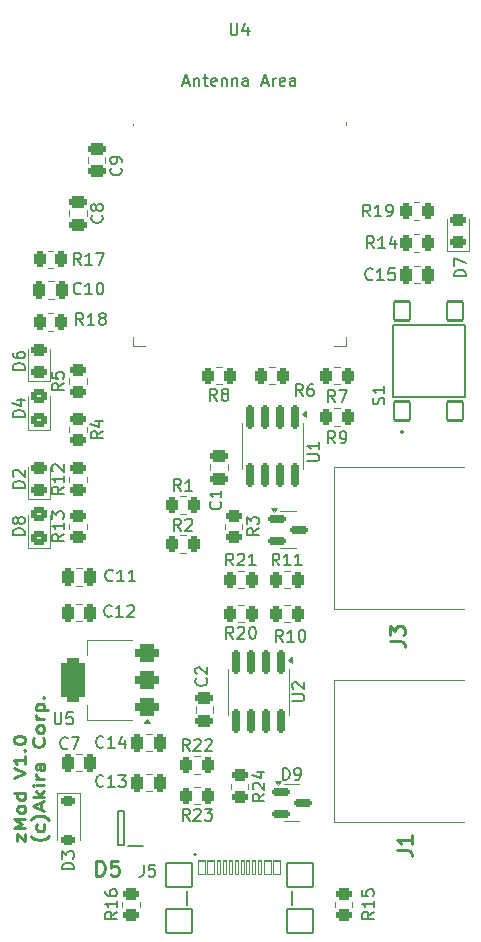
<source format=gto>
%TF.GenerationSoftware,KiCad,Pcbnew,9.0.4*%
%TF.CreationDate,2025-10-04T23:27:53+02:00*%
%TF.ProjectId,zVMC_PCB,7a564d43-5f50-4434-922e-6b696361645f,rev?*%
%TF.SameCoordinates,Original*%
%TF.FileFunction,Legend,Top*%
%TF.FilePolarity,Positive*%
%FSLAX46Y46*%
G04 Gerber Fmt 4.6, Leading zero omitted, Abs format (unit mm)*
G04 Created by KiCad (PCBNEW 9.0.4) date 2025-10-04 23:27:53*
%MOMM*%
%LPD*%
G01*
G04 APERTURE LIST*
G04 Aperture macros list*
%AMRoundRect*
0 Rectangle with rounded corners*
0 $1 Rounding radius*
0 $2 $3 $4 $5 $6 $7 $8 $9 X,Y pos of 4 corners*
0 Add a 4 corners polygon primitive as box body*
4,1,4,$2,$3,$4,$5,$6,$7,$8,$9,$2,$3,0*
0 Add four circle primitives for the rounded corners*
1,1,$1+$1,$2,$3*
1,1,$1+$1,$4,$5*
1,1,$1+$1,$6,$7*
1,1,$1+$1,$8,$9*
0 Add four rect primitives between the rounded corners*
20,1,$1+$1,$2,$3,$4,$5,0*
20,1,$1+$1,$4,$5,$6,$7,0*
20,1,$1+$1,$6,$7,$8,$9,0*
20,1,$1+$1,$8,$9,$2,$3,0*%
G04 Aperture macros list end*
%ADD10C,0.250000*%
%ADD11C,0.150000*%
%ADD12C,0.254000*%
%ADD13C,0.120000*%
%ADD14C,0.127000*%
%ADD15C,0.200000*%
%ADD16C,0.100000*%
%ADD17RoundRect,0.250000X-0.250000X-0.475000X0.250000X-0.475000X0.250000X0.475000X-0.250000X0.475000X0*%
%ADD18RoundRect,0.250000X-0.262500X-0.450000X0.262500X-0.450000X0.262500X0.450000X-0.262500X0.450000X0*%
%ADD19RoundRect,0.250000X0.262500X0.450000X-0.262500X0.450000X-0.262500X-0.450000X0.262500X-0.450000X0*%
%ADD20RoundRect,0.243750X0.456250X-0.243750X0.456250X0.243750X-0.456250X0.243750X-0.456250X-0.243750X0*%
%ADD21RoundRect,0.102000X0.700000X-0.800000X0.700000X0.800000X-0.700000X0.800000X-0.700000X-0.800000X0*%
%ADD22C,2.500000*%
%ADD23RoundRect,0.150000X-0.150000X0.825000X-0.150000X-0.825000X0.150000X-0.825000X0.150000X0.825000X0*%
%ADD24RoundRect,0.250000X0.250000X0.475000X-0.250000X0.475000X-0.250000X-0.475000X0.250000X-0.475000X0*%
%ADD25RoundRect,0.250000X-0.475000X0.250000X-0.475000X-0.250000X0.475000X-0.250000X0.475000X0.250000X0*%
%ADD26RoundRect,0.150000X-0.587500X-0.150000X0.587500X-0.150000X0.587500X0.150000X-0.587500X0.150000X0*%
%ADD27RoundRect,0.250000X0.450000X-0.325000X0.450000X0.325000X-0.450000X0.325000X-0.450000X-0.325000X0*%
%ADD28RoundRect,0.250000X0.450000X-0.262500X0.450000X0.262500X-0.450000X0.262500X-0.450000X-0.262500X0*%
%ADD29R,1.250000X0.500000*%
%ADD30RoundRect,0.250000X-0.450000X0.262500X-0.450000X-0.262500X0.450000X-0.262500X0.450000X0.262500X0*%
%ADD31RoundRect,0.225000X-0.375000X0.225000X-0.375000X-0.225000X0.375000X-0.225000X0.375000X0.225000X0*%
%ADD32C,1.500000*%
%ADD33RoundRect,0.375000X0.625000X0.375000X-0.625000X0.375000X-0.625000X-0.375000X0.625000X-0.375000X0*%
%ADD34RoundRect,0.500000X0.500000X1.400000X-0.500000X1.400000X-0.500000X-1.400000X0.500000X-1.400000X0*%
%ADD35C,0.770000*%
%ADD36RoundRect,0.060000X-0.300000X-0.575000X0.300000X-0.575000X0.300000X0.575000X-0.300000X0.575000X0*%
%ADD37RoundRect,0.060000X-0.150000X-0.575000X0.150000X-0.575000X0.150000X0.575000X-0.150000X0.575000X0*%
%ADD38RoundRect,0.102000X-1.090000X-1.000000X1.090000X-1.000000X1.090000X1.000000X-1.090000X1.000000X0*%
%ADD39R,1.500000X0.900000*%
%ADD40R,0.800000X0.800000*%
G04 APERTURE END LIST*
D10*
X61188008Y-171664098D02*
X61188008Y-171035527D01*
X61188008Y-171035527D02*
X61854675Y-171664098D01*
X61854675Y-171664098D02*
X61854675Y-171035527D01*
X61854675Y-170578383D02*
X60854675Y-170578383D01*
X60854675Y-170578383D02*
X61568960Y-170178383D01*
X61568960Y-170178383D02*
X60854675Y-169778383D01*
X60854675Y-169778383D02*
X61854675Y-169778383D01*
X61854675Y-169035526D02*
X61807056Y-169149811D01*
X61807056Y-169149811D02*
X61759436Y-169206954D01*
X61759436Y-169206954D02*
X61664198Y-169264097D01*
X61664198Y-169264097D02*
X61378484Y-169264097D01*
X61378484Y-169264097D02*
X61283246Y-169206954D01*
X61283246Y-169206954D02*
X61235627Y-169149811D01*
X61235627Y-169149811D02*
X61188008Y-169035526D01*
X61188008Y-169035526D02*
X61188008Y-168864097D01*
X61188008Y-168864097D02*
X61235627Y-168749811D01*
X61235627Y-168749811D02*
X61283246Y-168692669D01*
X61283246Y-168692669D02*
X61378484Y-168635526D01*
X61378484Y-168635526D02*
X61664198Y-168635526D01*
X61664198Y-168635526D02*
X61759436Y-168692669D01*
X61759436Y-168692669D02*
X61807056Y-168749811D01*
X61807056Y-168749811D02*
X61854675Y-168864097D01*
X61854675Y-168864097D02*
X61854675Y-169035526D01*
X61854675Y-167606955D02*
X60854675Y-167606955D01*
X61807056Y-167606955D02*
X61854675Y-167721240D01*
X61854675Y-167721240D02*
X61854675Y-167949812D01*
X61854675Y-167949812D02*
X61807056Y-168064097D01*
X61807056Y-168064097D02*
X61759436Y-168121240D01*
X61759436Y-168121240D02*
X61664198Y-168178383D01*
X61664198Y-168178383D02*
X61378484Y-168178383D01*
X61378484Y-168178383D02*
X61283246Y-168121240D01*
X61283246Y-168121240D02*
X61235627Y-168064097D01*
X61235627Y-168064097D02*
X61188008Y-167949812D01*
X61188008Y-167949812D02*
X61188008Y-167721240D01*
X61188008Y-167721240D02*
X61235627Y-167606955D01*
X60854675Y-166292669D02*
X61854675Y-165892669D01*
X61854675Y-165892669D02*
X60854675Y-165492669D01*
X61854675Y-164464098D02*
X61854675Y-165149812D01*
X61854675Y-164806955D02*
X60854675Y-164806955D01*
X60854675Y-164806955D02*
X60997532Y-164921241D01*
X60997532Y-164921241D02*
X61092770Y-165035526D01*
X61092770Y-165035526D02*
X61140389Y-165149812D01*
X61759436Y-163949812D02*
X61807056Y-163892669D01*
X61807056Y-163892669D02*
X61854675Y-163949812D01*
X61854675Y-163949812D02*
X61807056Y-164006955D01*
X61807056Y-164006955D02*
X61759436Y-163949812D01*
X61759436Y-163949812D02*
X61854675Y-163949812D01*
X60854675Y-163149812D02*
X60854675Y-163035526D01*
X60854675Y-163035526D02*
X60902294Y-162921240D01*
X60902294Y-162921240D02*
X60949913Y-162864098D01*
X60949913Y-162864098D02*
X61045151Y-162806955D01*
X61045151Y-162806955D02*
X61235627Y-162749812D01*
X61235627Y-162749812D02*
X61473722Y-162749812D01*
X61473722Y-162749812D02*
X61664198Y-162806955D01*
X61664198Y-162806955D02*
X61759436Y-162864098D01*
X61759436Y-162864098D02*
X61807056Y-162921240D01*
X61807056Y-162921240D02*
X61854675Y-163035526D01*
X61854675Y-163035526D02*
X61854675Y-163149812D01*
X61854675Y-163149812D02*
X61807056Y-163264098D01*
X61807056Y-163264098D02*
X61759436Y-163321240D01*
X61759436Y-163321240D02*
X61664198Y-163378383D01*
X61664198Y-163378383D02*
X61473722Y-163435526D01*
X61473722Y-163435526D02*
X61235627Y-163435526D01*
X61235627Y-163435526D02*
X61045151Y-163378383D01*
X61045151Y-163378383D02*
X60949913Y-163321240D01*
X60949913Y-163321240D02*
X60902294Y-163264098D01*
X60902294Y-163264098D02*
X60854675Y-163149812D01*
X63845571Y-171206955D02*
X63797952Y-171264098D01*
X63797952Y-171264098D02*
X63655095Y-171378384D01*
X63655095Y-171378384D02*
X63559857Y-171435527D01*
X63559857Y-171435527D02*
X63417000Y-171492669D01*
X63417000Y-171492669D02*
X63178904Y-171549812D01*
X63178904Y-171549812D02*
X62988428Y-171549812D01*
X62988428Y-171549812D02*
X62750333Y-171492669D01*
X62750333Y-171492669D02*
X62607476Y-171435527D01*
X62607476Y-171435527D02*
X62512238Y-171378384D01*
X62512238Y-171378384D02*
X62369380Y-171264098D01*
X62369380Y-171264098D02*
X62321761Y-171206955D01*
X63417000Y-170235527D02*
X63464619Y-170349812D01*
X63464619Y-170349812D02*
X63464619Y-170578384D01*
X63464619Y-170578384D02*
X63417000Y-170692669D01*
X63417000Y-170692669D02*
X63369380Y-170749812D01*
X63369380Y-170749812D02*
X63274142Y-170806955D01*
X63274142Y-170806955D02*
X62988428Y-170806955D01*
X62988428Y-170806955D02*
X62893190Y-170749812D01*
X62893190Y-170749812D02*
X62845571Y-170692669D01*
X62845571Y-170692669D02*
X62797952Y-170578384D01*
X62797952Y-170578384D02*
X62797952Y-170349812D01*
X62797952Y-170349812D02*
X62845571Y-170235527D01*
X63845571Y-169835527D02*
X63797952Y-169778384D01*
X63797952Y-169778384D02*
X63655095Y-169664098D01*
X63655095Y-169664098D02*
X63559857Y-169606956D01*
X63559857Y-169606956D02*
X63417000Y-169549813D01*
X63417000Y-169549813D02*
X63178904Y-169492670D01*
X63178904Y-169492670D02*
X62988428Y-169492670D01*
X62988428Y-169492670D02*
X62750333Y-169549813D01*
X62750333Y-169549813D02*
X62607476Y-169606956D01*
X62607476Y-169606956D02*
X62512238Y-169664098D01*
X62512238Y-169664098D02*
X62369380Y-169778384D01*
X62369380Y-169778384D02*
X62321761Y-169835527D01*
X63178904Y-168978384D02*
X63178904Y-168406956D01*
X63464619Y-169092670D02*
X62464619Y-168692670D01*
X62464619Y-168692670D02*
X63464619Y-168292670D01*
X63464619Y-167892670D02*
X62464619Y-167892670D01*
X63083666Y-167778385D02*
X63464619Y-167435527D01*
X62797952Y-167435527D02*
X63178904Y-167892670D01*
X63464619Y-166921241D02*
X62797952Y-166921241D01*
X62464619Y-166921241D02*
X62512238Y-166978384D01*
X62512238Y-166978384D02*
X62559857Y-166921241D01*
X62559857Y-166921241D02*
X62512238Y-166864098D01*
X62512238Y-166864098D02*
X62464619Y-166921241D01*
X62464619Y-166921241D02*
X62559857Y-166921241D01*
X63464619Y-166349812D02*
X62797952Y-166349812D01*
X62988428Y-166349812D02*
X62893190Y-166292669D01*
X62893190Y-166292669D02*
X62845571Y-166235527D01*
X62845571Y-166235527D02*
X62797952Y-166121241D01*
X62797952Y-166121241D02*
X62797952Y-166006955D01*
X63464619Y-165092670D02*
X62940809Y-165092670D01*
X62940809Y-165092670D02*
X62845571Y-165149812D01*
X62845571Y-165149812D02*
X62797952Y-165264098D01*
X62797952Y-165264098D02*
X62797952Y-165492670D01*
X62797952Y-165492670D02*
X62845571Y-165606955D01*
X63417000Y-165092670D02*
X63464619Y-165206955D01*
X63464619Y-165206955D02*
X63464619Y-165492670D01*
X63464619Y-165492670D02*
X63417000Y-165606955D01*
X63417000Y-165606955D02*
X63321761Y-165664098D01*
X63321761Y-165664098D02*
X63226523Y-165664098D01*
X63226523Y-165664098D02*
X63131285Y-165606955D01*
X63131285Y-165606955D02*
X63083666Y-165492670D01*
X63083666Y-165492670D02*
X63083666Y-165206955D01*
X63083666Y-165206955D02*
X63036047Y-165092670D01*
X63369380Y-162921241D02*
X63417000Y-162978384D01*
X63417000Y-162978384D02*
X63464619Y-163149812D01*
X63464619Y-163149812D02*
X63464619Y-163264098D01*
X63464619Y-163264098D02*
X63417000Y-163435527D01*
X63417000Y-163435527D02*
X63321761Y-163549812D01*
X63321761Y-163549812D02*
X63226523Y-163606955D01*
X63226523Y-163606955D02*
X63036047Y-163664098D01*
X63036047Y-163664098D02*
X62893190Y-163664098D01*
X62893190Y-163664098D02*
X62702714Y-163606955D01*
X62702714Y-163606955D02*
X62607476Y-163549812D01*
X62607476Y-163549812D02*
X62512238Y-163435527D01*
X62512238Y-163435527D02*
X62464619Y-163264098D01*
X62464619Y-163264098D02*
X62464619Y-163149812D01*
X62464619Y-163149812D02*
X62512238Y-162978384D01*
X62512238Y-162978384D02*
X62559857Y-162921241D01*
X63464619Y-162235527D02*
X63417000Y-162349812D01*
X63417000Y-162349812D02*
X63369380Y-162406955D01*
X63369380Y-162406955D02*
X63274142Y-162464098D01*
X63274142Y-162464098D02*
X62988428Y-162464098D01*
X62988428Y-162464098D02*
X62893190Y-162406955D01*
X62893190Y-162406955D02*
X62845571Y-162349812D01*
X62845571Y-162349812D02*
X62797952Y-162235527D01*
X62797952Y-162235527D02*
X62797952Y-162064098D01*
X62797952Y-162064098D02*
X62845571Y-161949812D01*
X62845571Y-161949812D02*
X62893190Y-161892670D01*
X62893190Y-161892670D02*
X62988428Y-161835527D01*
X62988428Y-161835527D02*
X63274142Y-161835527D01*
X63274142Y-161835527D02*
X63369380Y-161892670D01*
X63369380Y-161892670D02*
X63417000Y-161949812D01*
X63417000Y-161949812D02*
X63464619Y-162064098D01*
X63464619Y-162064098D02*
X63464619Y-162235527D01*
X63464619Y-161321241D02*
X62797952Y-161321241D01*
X62988428Y-161321241D02*
X62893190Y-161264098D01*
X62893190Y-161264098D02*
X62845571Y-161206956D01*
X62845571Y-161206956D02*
X62797952Y-161092670D01*
X62797952Y-161092670D02*
X62797952Y-160978384D01*
X62797952Y-160578384D02*
X63797952Y-160578384D01*
X62845571Y-160578384D02*
X62797952Y-160464099D01*
X62797952Y-160464099D02*
X62797952Y-160235527D01*
X62797952Y-160235527D02*
X62845571Y-160121241D01*
X62845571Y-160121241D02*
X62893190Y-160064099D01*
X62893190Y-160064099D02*
X62988428Y-160006956D01*
X62988428Y-160006956D02*
X63274142Y-160006956D01*
X63274142Y-160006956D02*
X63369380Y-160064099D01*
X63369380Y-160064099D02*
X63417000Y-160121241D01*
X63417000Y-160121241D02*
X63464619Y-160235527D01*
X63464619Y-160235527D02*
X63464619Y-160464099D01*
X63464619Y-160464099D02*
X63417000Y-160578384D01*
X63369380Y-159492670D02*
X63417000Y-159435527D01*
X63417000Y-159435527D02*
X63464619Y-159492670D01*
X63464619Y-159492670D02*
X63417000Y-159549813D01*
X63417000Y-159549813D02*
X63369380Y-159492670D01*
X63369380Y-159492670D02*
X63464619Y-159492670D01*
D11*
X68457142Y-163659580D02*
X68409523Y-163707200D01*
X68409523Y-163707200D02*
X68266666Y-163754819D01*
X68266666Y-163754819D02*
X68171428Y-163754819D01*
X68171428Y-163754819D02*
X68028571Y-163707200D01*
X68028571Y-163707200D02*
X67933333Y-163611961D01*
X67933333Y-163611961D02*
X67885714Y-163516723D01*
X67885714Y-163516723D02*
X67838095Y-163326247D01*
X67838095Y-163326247D02*
X67838095Y-163183390D01*
X67838095Y-163183390D02*
X67885714Y-162992914D01*
X67885714Y-162992914D02*
X67933333Y-162897676D01*
X67933333Y-162897676D02*
X68028571Y-162802438D01*
X68028571Y-162802438D02*
X68171428Y-162754819D01*
X68171428Y-162754819D02*
X68266666Y-162754819D01*
X68266666Y-162754819D02*
X68409523Y-162802438D01*
X68409523Y-162802438D02*
X68457142Y-162850057D01*
X69409523Y-163754819D02*
X68838095Y-163754819D01*
X69123809Y-163754819D02*
X69123809Y-162754819D01*
X69123809Y-162754819D02*
X69028571Y-162897676D01*
X69028571Y-162897676D02*
X68933333Y-162992914D01*
X68933333Y-162992914D02*
X68838095Y-163040533D01*
X70266666Y-163088152D02*
X70266666Y-163754819D01*
X70028571Y-162707200D02*
X69790476Y-163421485D01*
X69790476Y-163421485D02*
X70409523Y-163421485D01*
X91257142Y-124059580D02*
X91209523Y-124107200D01*
X91209523Y-124107200D02*
X91066666Y-124154819D01*
X91066666Y-124154819D02*
X90971428Y-124154819D01*
X90971428Y-124154819D02*
X90828571Y-124107200D01*
X90828571Y-124107200D02*
X90733333Y-124011961D01*
X90733333Y-124011961D02*
X90685714Y-123916723D01*
X90685714Y-123916723D02*
X90638095Y-123726247D01*
X90638095Y-123726247D02*
X90638095Y-123583390D01*
X90638095Y-123583390D02*
X90685714Y-123392914D01*
X90685714Y-123392914D02*
X90733333Y-123297676D01*
X90733333Y-123297676D02*
X90828571Y-123202438D01*
X90828571Y-123202438D02*
X90971428Y-123154819D01*
X90971428Y-123154819D02*
X91066666Y-123154819D01*
X91066666Y-123154819D02*
X91209523Y-123202438D01*
X91209523Y-123202438D02*
X91257142Y-123250057D01*
X92209523Y-124154819D02*
X91638095Y-124154819D01*
X91923809Y-124154819D02*
X91923809Y-123154819D01*
X91923809Y-123154819D02*
X91828571Y-123297676D01*
X91828571Y-123297676D02*
X91733333Y-123392914D01*
X91733333Y-123392914D02*
X91638095Y-123440533D01*
X93114285Y-123154819D02*
X92638095Y-123154819D01*
X92638095Y-123154819D02*
X92590476Y-123631009D01*
X92590476Y-123631009D02*
X92638095Y-123583390D01*
X92638095Y-123583390D02*
X92733333Y-123535771D01*
X92733333Y-123535771D02*
X92971428Y-123535771D01*
X92971428Y-123535771D02*
X93066666Y-123583390D01*
X93066666Y-123583390D02*
X93114285Y-123631009D01*
X93114285Y-123631009D02*
X93161904Y-123726247D01*
X93161904Y-123726247D02*
X93161904Y-123964342D01*
X93161904Y-123964342D02*
X93114285Y-124059580D01*
X93114285Y-124059580D02*
X93066666Y-124107200D01*
X93066666Y-124107200D02*
X92971428Y-124154819D01*
X92971428Y-124154819D02*
X92733333Y-124154819D01*
X92733333Y-124154819D02*
X92638095Y-124107200D01*
X92638095Y-124107200D02*
X92590476Y-124059580D01*
X88083333Y-134454819D02*
X87750000Y-133978628D01*
X87511905Y-134454819D02*
X87511905Y-133454819D01*
X87511905Y-133454819D02*
X87892857Y-133454819D01*
X87892857Y-133454819D02*
X87988095Y-133502438D01*
X87988095Y-133502438D02*
X88035714Y-133550057D01*
X88035714Y-133550057D02*
X88083333Y-133645295D01*
X88083333Y-133645295D02*
X88083333Y-133788152D01*
X88083333Y-133788152D02*
X88035714Y-133883390D01*
X88035714Y-133883390D02*
X87988095Y-133931009D01*
X87988095Y-133931009D02*
X87892857Y-133978628D01*
X87892857Y-133978628D02*
X87511905Y-133978628D01*
X88416667Y-133454819D02*
X89083333Y-133454819D01*
X89083333Y-133454819D02*
X88654762Y-134454819D01*
X79457142Y-154504819D02*
X79123809Y-154028628D01*
X78885714Y-154504819D02*
X78885714Y-153504819D01*
X78885714Y-153504819D02*
X79266666Y-153504819D01*
X79266666Y-153504819D02*
X79361904Y-153552438D01*
X79361904Y-153552438D02*
X79409523Y-153600057D01*
X79409523Y-153600057D02*
X79457142Y-153695295D01*
X79457142Y-153695295D02*
X79457142Y-153838152D01*
X79457142Y-153838152D02*
X79409523Y-153933390D01*
X79409523Y-153933390D02*
X79361904Y-153981009D01*
X79361904Y-153981009D02*
X79266666Y-154028628D01*
X79266666Y-154028628D02*
X78885714Y-154028628D01*
X79838095Y-153600057D02*
X79885714Y-153552438D01*
X79885714Y-153552438D02*
X79980952Y-153504819D01*
X79980952Y-153504819D02*
X80219047Y-153504819D01*
X80219047Y-153504819D02*
X80314285Y-153552438D01*
X80314285Y-153552438D02*
X80361904Y-153600057D01*
X80361904Y-153600057D02*
X80409523Y-153695295D01*
X80409523Y-153695295D02*
X80409523Y-153790533D01*
X80409523Y-153790533D02*
X80361904Y-153933390D01*
X80361904Y-153933390D02*
X79790476Y-154504819D01*
X79790476Y-154504819D02*
X80409523Y-154504819D01*
X81028571Y-153504819D02*
X81123809Y-153504819D01*
X81123809Y-153504819D02*
X81219047Y-153552438D01*
X81219047Y-153552438D02*
X81266666Y-153600057D01*
X81266666Y-153600057D02*
X81314285Y-153695295D01*
X81314285Y-153695295D02*
X81361904Y-153885771D01*
X81361904Y-153885771D02*
X81361904Y-154123866D01*
X81361904Y-154123866D02*
X81314285Y-154314342D01*
X81314285Y-154314342D02*
X81266666Y-154409580D01*
X81266666Y-154409580D02*
X81219047Y-154457200D01*
X81219047Y-154457200D02*
X81123809Y-154504819D01*
X81123809Y-154504819D02*
X81028571Y-154504819D01*
X81028571Y-154504819D02*
X80933333Y-154457200D01*
X80933333Y-154457200D02*
X80885714Y-154409580D01*
X80885714Y-154409580D02*
X80838095Y-154314342D01*
X80838095Y-154314342D02*
X80790476Y-154123866D01*
X80790476Y-154123866D02*
X80790476Y-153885771D01*
X80790476Y-153885771D02*
X80838095Y-153695295D01*
X80838095Y-153695295D02*
X80885714Y-153600057D01*
X80885714Y-153600057D02*
X80933333Y-153552438D01*
X80933333Y-153552438D02*
X81028571Y-153504819D01*
X75033333Y-142004819D02*
X74700000Y-141528628D01*
X74461905Y-142004819D02*
X74461905Y-141004819D01*
X74461905Y-141004819D02*
X74842857Y-141004819D01*
X74842857Y-141004819D02*
X74938095Y-141052438D01*
X74938095Y-141052438D02*
X74985714Y-141100057D01*
X74985714Y-141100057D02*
X75033333Y-141195295D01*
X75033333Y-141195295D02*
X75033333Y-141338152D01*
X75033333Y-141338152D02*
X74985714Y-141433390D01*
X74985714Y-141433390D02*
X74938095Y-141481009D01*
X74938095Y-141481009D02*
X74842857Y-141528628D01*
X74842857Y-141528628D02*
X74461905Y-141528628D01*
X75985714Y-142004819D02*
X75414286Y-142004819D01*
X75700000Y-142004819D02*
X75700000Y-141004819D01*
X75700000Y-141004819D02*
X75604762Y-141147676D01*
X75604762Y-141147676D02*
X75509524Y-141242914D01*
X75509524Y-141242914D02*
X75414286Y-141290533D01*
X99154819Y-123838094D02*
X98154819Y-123838094D01*
X98154819Y-123838094D02*
X98154819Y-123599999D01*
X98154819Y-123599999D02*
X98202438Y-123457142D01*
X98202438Y-123457142D02*
X98297676Y-123361904D01*
X98297676Y-123361904D02*
X98392914Y-123314285D01*
X98392914Y-123314285D02*
X98583390Y-123266666D01*
X98583390Y-123266666D02*
X98726247Y-123266666D01*
X98726247Y-123266666D02*
X98916723Y-123314285D01*
X98916723Y-123314285D02*
X99011961Y-123361904D01*
X99011961Y-123361904D02*
X99107200Y-123457142D01*
X99107200Y-123457142D02*
X99154819Y-123599999D01*
X99154819Y-123599999D02*
X99154819Y-123838094D01*
X98154819Y-122933332D02*
X98154819Y-122266666D01*
X98154819Y-122266666D02*
X99154819Y-122695237D01*
X92207200Y-134661904D02*
X92254819Y-134519047D01*
X92254819Y-134519047D02*
X92254819Y-134280952D01*
X92254819Y-134280952D02*
X92207200Y-134185714D01*
X92207200Y-134185714D02*
X92159580Y-134138095D01*
X92159580Y-134138095D02*
X92064342Y-134090476D01*
X92064342Y-134090476D02*
X91969104Y-134090476D01*
X91969104Y-134090476D02*
X91873866Y-134138095D01*
X91873866Y-134138095D02*
X91826247Y-134185714D01*
X91826247Y-134185714D02*
X91778628Y-134280952D01*
X91778628Y-134280952D02*
X91731009Y-134471428D01*
X91731009Y-134471428D02*
X91683390Y-134566666D01*
X91683390Y-134566666D02*
X91635771Y-134614285D01*
X91635771Y-134614285D02*
X91540533Y-134661904D01*
X91540533Y-134661904D02*
X91445295Y-134661904D01*
X91445295Y-134661904D02*
X91350057Y-134614285D01*
X91350057Y-134614285D02*
X91302438Y-134566666D01*
X91302438Y-134566666D02*
X91254819Y-134471428D01*
X91254819Y-134471428D02*
X91254819Y-134233333D01*
X91254819Y-134233333D02*
X91302438Y-134090476D01*
X92254819Y-133138095D02*
X92254819Y-133709523D01*
X92254819Y-133423809D02*
X91254819Y-133423809D01*
X91254819Y-133423809D02*
X91397676Y-133519047D01*
X91397676Y-133519047D02*
X91492914Y-133614285D01*
X91492914Y-133614285D02*
X91540533Y-133709523D01*
X91357142Y-121454819D02*
X91023809Y-120978628D01*
X90785714Y-121454819D02*
X90785714Y-120454819D01*
X90785714Y-120454819D02*
X91166666Y-120454819D01*
X91166666Y-120454819D02*
X91261904Y-120502438D01*
X91261904Y-120502438D02*
X91309523Y-120550057D01*
X91309523Y-120550057D02*
X91357142Y-120645295D01*
X91357142Y-120645295D02*
X91357142Y-120788152D01*
X91357142Y-120788152D02*
X91309523Y-120883390D01*
X91309523Y-120883390D02*
X91261904Y-120931009D01*
X91261904Y-120931009D02*
X91166666Y-120978628D01*
X91166666Y-120978628D02*
X90785714Y-120978628D01*
X92309523Y-121454819D02*
X91738095Y-121454819D01*
X92023809Y-121454819D02*
X92023809Y-120454819D01*
X92023809Y-120454819D02*
X91928571Y-120597676D01*
X91928571Y-120597676D02*
X91833333Y-120692914D01*
X91833333Y-120692914D02*
X91738095Y-120740533D01*
X93166666Y-120788152D02*
X93166666Y-121454819D01*
X92928571Y-120407200D02*
X92690476Y-121121485D01*
X92690476Y-121121485D02*
X93309523Y-121121485D01*
X85734819Y-139449404D02*
X86544342Y-139449404D01*
X86544342Y-139449404D02*
X86639580Y-139401785D01*
X86639580Y-139401785D02*
X86687200Y-139354166D01*
X86687200Y-139354166D02*
X86734819Y-139258928D01*
X86734819Y-139258928D02*
X86734819Y-139068452D01*
X86734819Y-139068452D02*
X86687200Y-138973214D01*
X86687200Y-138973214D02*
X86639580Y-138925595D01*
X86639580Y-138925595D02*
X86544342Y-138877976D01*
X86544342Y-138877976D02*
X85734819Y-138877976D01*
X86734819Y-137877976D02*
X86734819Y-138449404D01*
X86734819Y-138163690D02*
X85734819Y-138163690D01*
X85734819Y-138163690D02*
X85877676Y-138258928D01*
X85877676Y-138258928D02*
X85972914Y-138354166D01*
X85972914Y-138354166D02*
X86020533Y-138449404D01*
X65433333Y-163759580D02*
X65385714Y-163807200D01*
X65385714Y-163807200D02*
X65242857Y-163854819D01*
X65242857Y-163854819D02*
X65147619Y-163854819D01*
X65147619Y-163854819D02*
X65004762Y-163807200D01*
X65004762Y-163807200D02*
X64909524Y-163711961D01*
X64909524Y-163711961D02*
X64861905Y-163616723D01*
X64861905Y-163616723D02*
X64814286Y-163426247D01*
X64814286Y-163426247D02*
X64814286Y-163283390D01*
X64814286Y-163283390D02*
X64861905Y-163092914D01*
X64861905Y-163092914D02*
X64909524Y-162997676D01*
X64909524Y-162997676D02*
X65004762Y-162902438D01*
X65004762Y-162902438D02*
X65147619Y-162854819D01*
X65147619Y-162854819D02*
X65242857Y-162854819D01*
X65242857Y-162854819D02*
X65385714Y-162902438D01*
X65385714Y-162902438D02*
X65433333Y-162950057D01*
X65766667Y-162854819D02*
X66433333Y-162854819D01*
X66433333Y-162854819D02*
X66004762Y-163854819D01*
X77159580Y-157866666D02*
X77207200Y-157914285D01*
X77207200Y-157914285D02*
X77254819Y-158057142D01*
X77254819Y-158057142D02*
X77254819Y-158152380D01*
X77254819Y-158152380D02*
X77207200Y-158295237D01*
X77207200Y-158295237D02*
X77111961Y-158390475D01*
X77111961Y-158390475D02*
X77016723Y-158438094D01*
X77016723Y-158438094D02*
X76826247Y-158485713D01*
X76826247Y-158485713D02*
X76683390Y-158485713D01*
X76683390Y-158485713D02*
X76492914Y-158438094D01*
X76492914Y-158438094D02*
X76397676Y-158390475D01*
X76397676Y-158390475D02*
X76302438Y-158295237D01*
X76302438Y-158295237D02*
X76254819Y-158152380D01*
X76254819Y-158152380D02*
X76254819Y-158057142D01*
X76254819Y-158057142D02*
X76302438Y-157914285D01*
X76302438Y-157914285D02*
X76350057Y-157866666D01*
X76350057Y-157485713D02*
X76302438Y-157438094D01*
X76302438Y-157438094D02*
X76254819Y-157342856D01*
X76254819Y-157342856D02*
X76254819Y-157104761D01*
X76254819Y-157104761D02*
X76302438Y-157009523D01*
X76302438Y-157009523D02*
X76350057Y-156961904D01*
X76350057Y-156961904D02*
X76445295Y-156914285D01*
X76445295Y-156914285D02*
X76540533Y-156914285D01*
X76540533Y-156914285D02*
X76683390Y-156961904D01*
X76683390Y-156961904D02*
X77254819Y-157533332D01*
X77254819Y-157533332D02*
X77254819Y-156914285D01*
X61804819Y-135738094D02*
X60804819Y-135738094D01*
X60804819Y-135738094D02*
X60804819Y-135499999D01*
X60804819Y-135499999D02*
X60852438Y-135357142D01*
X60852438Y-135357142D02*
X60947676Y-135261904D01*
X60947676Y-135261904D02*
X61042914Y-135214285D01*
X61042914Y-135214285D02*
X61233390Y-135166666D01*
X61233390Y-135166666D02*
X61376247Y-135166666D01*
X61376247Y-135166666D02*
X61566723Y-135214285D01*
X61566723Y-135214285D02*
X61661961Y-135261904D01*
X61661961Y-135261904D02*
X61757200Y-135357142D01*
X61757200Y-135357142D02*
X61804819Y-135499999D01*
X61804819Y-135499999D02*
X61804819Y-135738094D01*
X61138152Y-134309523D02*
X61804819Y-134309523D01*
X60757200Y-134547618D02*
X61471485Y-134785713D01*
X61471485Y-134785713D02*
X61471485Y-134166666D01*
X91057142Y-118754819D02*
X90723809Y-118278628D01*
X90485714Y-118754819D02*
X90485714Y-117754819D01*
X90485714Y-117754819D02*
X90866666Y-117754819D01*
X90866666Y-117754819D02*
X90961904Y-117802438D01*
X90961904Y-117802438D02*
X91009523Y-117850057D01*
X91009523Y-117850057D02*
X91057142Y-117945295D01*
X91057142Y-117945295D02*
X91057142Y-118088152D01*
X91057142Y-118088152D02*
X91009523Y-118183390D01*
X91009523Y-118183390D02*
X90961904Y-118231009D01*
X90961904Y-118231009D02*
X90866666Y-118278628D01*
X90866666Y-118278628D02*
X90485714Y-118278628D01*
X92009523Y-118754819D02*
X91438095Y-118754819D01*
X91723809Y-118754819D02*
X91723809Y-117754819D01*
X91723809Y-117754819D02*
X91628571Y-117897676D01*
X91628571Y-117897676D02*
X91533333Y-117992914D01*
X91533333Y-117992914D02*
X91438095Y-118040533D01*
X92485714Y-118754819D02*
X92676190Y-118754819D01*
X92676190Y-118754819D02*
X92771428Y-118707200D01*
X92771428Y-118707200D02*
X92819047Y-118659580D01*
X92819047Y-118659580D02*
X92914285Y-118516723D01*
X92914285Y-118516723D02*
X92961904Y-118326247D01*
X92961904Y-118326247D02*
X92961904Y-117945295D01*
X92961904Y-117945295D02*
X92914285Y-117850057D01*
X92914285Y-117850057D02*
X92866666Y-117802438D01*
X92866666Y-117802438D02*
X92771428Y-117754819D01*
X92771428Y-117754819D02*
X92580952Y-117754819D01*
X92580952Y-117754819D02*
X92485714Y-117802438D01*
X92485714Y-117802438D02*
X92438095Y-117850057D01*
X92438095Y-117850057D02*
X92390476Y-117945295D01*
X92390476Y-117945295D02*
X92390476Y-118183390D01*
X92390476Y-118183390D02*
X92438095Y-118278628D01*
X92438095Y-118278628D02*
X92485714Y-118326247D01*
X92485714Y-118326247D02*
X92580952Y-118373866D01*
X92580952Y-118373866D02*
X92771428Y-118373866D01*
X92771428Y-118373866D02*
X92866666Y-118326247D01*
X92866666Y-118326247D02*
X92914285Y-118278628D01*
X92914285Y-118278628D02*
X92961904Y-118183390D01*
X68339580Y-118666666D02*
X68387200Y-118714285D01*
X68387200Y-118714285D02*
X68434819Y-118857142D01*
X68434819Y-118857142D02*
X68434819Y-118952380D01*
X68434819Y-118952380D02*
X68387200Y-119095237D01*
X68387200Y-119095237D02*
X68291961Y-119190475D01*
X68291961Y-119190475D02*
X68196723Y-119238094D01*
X68196723Y-119238094D02*
X68006247Y-119285713D01*
X68006247Y-119285713D02*
X67863390Y-119285713D01*
X67863390Y-119285713D02*
X67672914Y-119238094D01*
X67672914Y-119238094D02*
X67577676Y-119190475D01*
X67577676Y-119190475D02*
X67482438Y-119095237D01*
X67482438Y-119095237D02*
X67434819Y-118952380D01*
X67434819Y-118952380D02*
X67434819Y-118857142D01*
X67434819Y-118857142D02*
X67482438Y-118714285D01*
X67482438Y-118714285D02*
X67530057Y-118666666D01*
X67863390Y-118095237D02*
X67815771Y-118190475D01*
X67815771Y-118190475D02*
X67768152Y-118238094D01*
X67768152Y-118238094D02*
X67672914Y-118285713D01*
X67672914Y-118285713D02*
X67625295Y-118285713D01*
X67625295Y-118285713D02*
X67530057Y-118238094D01*
X67530057Y-118238094D02*
X67482438Y-118190475D01*
X67482438Y-118190475D02*
X67434819Y-118095237D01*
X67434819Y-118095237D02*
X67434819Y-117904761D01*
X67434819Y-117904761D02*
X67482438Y-117809523D01*
X67482438Y-117809523D02*
X67530057Y-117761904D01*
X67530057Y-117761904D02*
X67625295Y-117714285D01*
X67625295Y-117714285D02*
X67672914Y-117714285D01*
X67672914Y-117714285D02*
X67768152Y-117761904D01*
X67768152Y-117761904D02*
X67815771Y-117809523D01*
X67815771Y-117809523D02*
X67863390Y-117904761D01*
X67863390Y-117904761D02*
X67863390Y-118095237D01*
X67863390Y-118095237D02*
X67911009Y-118190475D01*
X67911009Y-118190475D02*
X67958628Y-118238094D01*
X67958628Y-118238094D02*
X68053866Y-118285713D01*
X68053866Y-118285713D02*
X68244342Y-118285713D01*
X68244342Y-118285713D02*
X68339580Y-118238094D01*
X68339580Y-118238094D02*
X68387200Y-118190475D01*
X68387200Y-118190475D02*
X68434819Y-118095237D01*
X68434819Y-118095237D02*
X68434819Y-117904761D01*
X68434819Y-117904761D02*
X68387200Y-117809523D01*
X68387200Y-117809523D02*
X68339580Y-117761904D01*
X68339580Y-117761904D02*
X68244342Y-117714285D01*
X68244342Y-117714285D02*
X68053866Y-117714285D01*
X68053866Y-117714285D02*
X67958628Y-117761904D01*
X67958628Y-117761904D02*
X67911009Y-117809523D01*
X67911009Y-117809523D02*
X67863390Y-117904761D01*
X75757142Y-164004819D02*
X75423809Y-163528628D01*
X75185714Y-164004819D02*
X75185714Y-163004819D01*
X75185714Y-163004819D02*
X75566666Y-163004819D01*
X75566666Y-163004819D02*
X75661904Y-163052438D01*
X75661904Y-163052438D02*
X75709523Y-163100057D01*
X75709523Y-163100057D02*
X75757142Y-163195295D01*
X75757142Y-163195295D02*
X75757142Y-163338152D01*
X75757142Y-163338152D02*
X75709523Y-163433390D01*
X75709523Y-163433390D02*
X75661904Y-163481009D01*
X75661904Y-163481009D02*
X75566666Y-163528628D01*
X75566666Y-163528628D02*
X75185714Y-163528628D01*
X76138095Y-163100057D02*
X76185714Y-163052438D01*
X76185714Y-163052438D02*
X76280952Y-163004819D01*
X76280952Y-163004819D02*
X76519047Y-163004819D01*
X76519047Y-163004819D02*
X76614285Y-163052438D01*
X76614285Y-163052438D02*
X76661904Y-163100057D01*
X76661904Y-163100057D02*
X76709523Y-163195295D01*
X76709523Y-163195295D02*
X76709523Y-163290533D01*
X76709523Y-163290533D02*
X76661904Y-163433390D01*
X76661904Y-163433390D02*
X76090476Y-164004819D01*
X76090476Y-164004819D02*
X76709523Y-164004819D01*
X77090476Y-163100057D02*
X77138095Y-163052438D01*
X77138095Y-163052438D02*
X77233333Y-163004819D01*
X77233333Y-163004819D02*
X77471428Y-163004819D01*
X77471428Y-163004819D02*
X77566666Y-163052438D01*
X77566666Y-163052438D02*
X77614285Y-163100057D01*
X77614285Y-163100057D02*
X77661904Y-163195295D01*
X77661904Y-163195295D02*
X77661904Y-163290533D01*
X77661904Y-163290533D02*
X77614285Y-163433390D01*
X77614285Y-163433390D02*
X77042857Y-164004819D01*
X77042857Y-164004819D02*
X77661904Y-164004819D01*
X69257142Y-149559580D02*
X69209523Y-149607200D01*
X69209523Y-149607200D02*
X69066666Y-149654819D01*
X69066666Y-149654819D02*
X68971428Y-149654819D01*
X68971428Y-149654819D02*
X68828571Y-149607200D01*
X68828571Y-149607200D02*
X68733333Y-149511961D01*
X68733333Y-149511961D02*
X68685714Y-149416723D01*
X68685714Y-149416723D02*
X68638095Y-149226247D01*
X68638095Y-149226247D02*
X68638095Y-149083390D01*
X68638095Y-149083390D02*
X68685714Y-148892914D01*
X68685714Y-148892914D02*
X68733333Y-148797676D01*
X68733333Y-148797676D02*
X68828571Y-148702438D01*
X68828571Y-148702438D02*
X68971428Y-148654819D01*
X68971428Y-148654819D02*
X69066666Y-148654819D01*
X69066666Y-148654819D02*
X69209523Y-148702438D01*
X69209523Y-148702438D02*
X69257142Y-148750057D01*
X70209523Y-149654819D02*
X69638095Y-149654819D01*
X69923809Y-149654819D02*
X69923809Y-148654819D01*
X69923809Y-148654819D02*
X69828571Y-148797676D01*
X69828571Y-148797676D02*
X69733333Y-148892914D01*
X69733333Y-148892914D02*
X69638095Y-148940533D01*
X71161904Y-149654819D02*
X70590476Y-149654819D01*
X70876190Y-149654819D02*
X70876190Y-148654819D01*
X70876190Y-148654819D02*
X70780952Y-148797676D01*
X70780952Y-148797676D02*
X70685714Y-148892914D01*
X70685714Y-148892914D02*
X70590476Y-148940533D01*
X65104819Y-141655357D02*
X64628628Y-141988690D01*
X65104819Y-142226785D02*
X64104819Y-142226785D01*
X64104819Y-142226785D02*
X64104819Y-141845833D01*
X64104819Y-141845833D02*
X64152438Y-141750595D01*
X64152438Y-141750595D02*
X64200057Y-141702976D01*
X64200057Y-141702976D02*
X64295295Y-141655357D01*
X64295295Y-141655357D02*
X64438152Y-141655357D01*
X64438152Y-141655357D02*
X64533390Y-141702976D01*
X64533390Y-141702976D02*
X64581009Y-141750595D01*
X64581009Y-141750595D02*
X64628628Y-141845833D01*
X64628628Y-141845833D02*
X64628628Y-142226785D01*
X65104819Y-140702976D02*
X65104819Y-141274404D01*
X65104819Y-140988690D02*
X64104819Y-140988690D01*
X64104819Y-140988690D02*
X64247676Y-141083928D01*
X64247676Y-141083928D02*
X64342914Y-141179166D01*
X64342914Y-141179166D02*
X64390533Y-141274404D01*
X64200057Y-140322023D02*
X64152438Y-140274404D01*
X64152438Y-140274404D02*
X64104819Y-140179166D01*
X64104819Y-140179166D02*
X64104819Y-139941071D01*
X64104819Y-139941071D02*
X64152438Y-139845833D01*
X64152438Y-139845833D02*
X64200057Y-139798214D01*
X64200057Y-139798214D02*
X64295295Y-139750595D01*
X64295295Y-139750595D02*
X64390533Y-139750595D01*
X64390533Y-139750595D02*
X64533390Y-139798214D01*
X64533390Y-139798214D02*
X65104819Y-140369642D01*
X65104819Y-140369642D02*
X65104819Y-139750595D01*
X68457142Y-166959580D02*
X68409523Y-167007200D01*
X68409523Y-167007200D02*
X68266666Y-167054819D01*
X68266666Y-167054819D02*
X68171428Y-167054819D01*
X68171428Y-167054819D02*
X68028571Y-167007200D01*
X68028571Y-167007200D02*
X67933333Y-166911961D01*
X67933333Y-166911961D02*
X67885714Y-166816723D01*
X67885714Y-166816723D02*
X67838095Y-166626247D01*
X67838095Y-166626247D02*
X67838095Y-166483390D01*
X67838095Y-166483390D02*
X67885714Y-166292914D01*
X67885714Y-166292914D02*
X67933333Y-166197676D01*
X67933333Y-166197676D02*
X68028571Y-166102438D01*
X68028571Y-166102438D02*
X68171428Y-166054819D01*
X68171428Y-166054819D02*
X68266666Y-166054819D01*
X68266666Y-166054819D02*
X68409523Y-166102438D01*
X68409523Y-166102438D02*
X68457142Y-166150057D01*
X69409523Y-167054819D02*
X68838095Y-167054819D01*
X69123809Y-167054819D02*
X69123809Y-166054819D01*
X69123809Y-166054819D02*
X69028571Y-166197676D01*
X69028571Y-166197676D02*
X68933333Y-166292914D01*
X68933333Y-166292914D02*
X68838095Y-166340533D01*
X69742857Y-166054819D02*
X70361904Y-166054819D01*
X70361904Y-166054819D02*
X70028571Y-166435771D01*
X70028571Y-166435771D02*
X70171428Y-166435771D01*
X70171428Y-166435771D02*
X70266666Y-166483390D01*
X70266666Y-166483390D02*
X70314285Y-166531009D01*
X70314285Y-166531009D02*
X70361904Y-166626247D01*
X70361904Y-166626247D02*
X70361904Y-166864342D01*
X70361904Y-166864342D02*
X70314285Y-166959580D01*
X70314285Y-166959580D02*
X70266666Y-167007200D01*
X70266666Y-167007200D02*
X70171428Y-167054819D01*
X70171428Y-167054819D02*
X69885714Y-167054819D01*
X69885714Y-167054819D02*
X69790476Y-167007200D01*
X69790476Y-167007200D02*
X69742857Y-166959580D01*
X61804819Y-141738094D02*
X60804819Y-141738094D01*
X60804819Y-141738094D02*
X60804819Y-141499999D01*
X60804819Y-141499999D02*
X60852438Y-141357142D01*
X60852438Y-141357142D02*
X60947676Y-141261904D01*
X60947676Y-141261904D02*
X61042914Y-141214285D01*
X61042914Y-141214285D02*
X61233390Y-141166666D01*
X61233390Y-141166666D02*
X61376247Y-141166666D01*
X61376247Y-141166666D02*
X61566723Y-141214285D01*
X61566723Y-141214285D02*
X61661961Y-141261904D01*
X61661961Y-141261904D02*
X61757200Y-141357142D01*
X61757200Y-141357142D02*
X61804819Y-141499999D01*
X61804819Y-141499999D02*
X61804819Y-141738094D01*
X60900057Y-140785713D02*
X60852438Y-140738094D01*
X60852438Y-140738094D02*
X60804819Y-140642856D01*
X60804819Y-140642856D02*
X60804819Y-140404761D01*
X60804819Y-140404761D02*
X60852438Y-140309523D01*
X60852438Y-140309523D02*
X60900057Y-140261904D01*
X60900057Y-140261904D02*
X60995295Y-140214285D01*
X60995295Y-140214285D02*
X61090533Y-140214285D01*
X61090533Y-140214285D02*
X61233390Y-140261904D01*
X61233390Y-140261904D02*
X61804819Y-140833332D01*
X61804819Y-140833332D02*
X61804819Y-140214285D01*
D12*
X67862618Y-174574318D02*
X67862618Y-173304318D01*
X67862618Y-173304318D02*
X68164999Y-173304318D01*
X68164999Y-173304318D02*
X68346428Y-173364794D01*
X68346428Y-173364794D02*
X68467380Y-173485746D01*
X68467380Y-173485746D02*
X68527857Y-173606699D01*
X68527857Y-173606699D02*
X68588333Y-173848603D01*
X68588333Y-173848603D02*
X68588333Y-174030032D01*
X68588333Y-174030032D02*
X68527857Y-174271937D01*
X68527857Y-174271937D02*
X68467380Y-174392889D01*
X68467380Y-174392889D02*
X68346428Y-174513842D01*
X68346428Y-174513842D02*
X68164999Y-174574318D01*
X68164999Y-174574318D02*
X67862618Y-174574318D01*
X69737380Y-173304318D02*
X69132618Y-173304318D01*
X69132618Y-173304318D02*
X69072142Y-173909080D01*
X69072142Y-173909080D02*
X69132618Y-173848603D01*
X69132618Y-173848603D02*
X69253571Y-173788127D01*
X69253571Y-173788127D02*
X69555952Y-173788127D01*
X69555952Y-173788127D02*
X69676904Y-173848603D01*
X69676904Y-173848603D02*
X69737380Y-173909080D01*
X69737380Y-173909080D02*
X69797857Y-174030032D01*
X69797857Y-174030032D02*
X69797857Y-174332413D01*
X69797857Y-174332413D02*
X69737380Y-174453365D01*
X69737380Y-174453365D02*
X69676904Y-174513842D01*
X69676904Y-174513842D02*
X69555952Y-174574318D01*
X69555952Y-174574318D02*
X69253571Y-174574318D01*
X69253571Y-174574318D02*
X69132618Y-174513842D01*
X69132618Y-174513842D02*
X69072142Y-174453365D01*
D11*
X78083333Y-134354819D02*
X77750000Y-133878628D01*
X77511905Y-134354819D02*
X77511905Y-133354819D01*
X77511905Y-133354819D02*
X77892857Y-133354819D01*
X77892857Y-133354819D02*
X77988095Y-133402438D01*
X77988095Y-133402438D02*
X78035714Y-133450057D01*
X78035714Y-133450057D02*
X78083333Y-133545295D01*
X78083333Y-133545295D02*
X78083333Y-133688152D01*
X78083333Y-133688152D02*
X78035714Y-133783390D01*
X78035714Y-133783390D02*
X77988095Y-133831009D01*
X77988095Y-133831009D02*
X77892857Y-133878628D01*
X77892857Y-133878628D02*
X77511905Y-133878628D01*
X78654762Y-133783390D02*
X78559524Y-133735771D01*
X78559524Y-133735771D02*
X78511905Y-133688152D01*
X78511905Y-133688152D02*
X78464286Y-133592914D01*
X78464286Y-133592914D02*
X78464286Y-133545295D01*
X78464286Y-133545295D02*
X78511905Y-133450057D01*
X78511905Y-133450057D02*
X78559524Y-133402438D01*
X78559524Y-133402438D02*
X78654762Y-133354819D01*
X78654762Y-133354819D02*
X78845238Y-133354819D01*
X78845238Y-133354819D02*
X78940476Y-133402438D01*
X78940476Y-133402438D02*
X78988095Y-133450057D01*
X78988095Y-133450057D02*
X79035714Y-133545295D01*
X79035714Y-133545295D02*
X79035714Y-133592914D01*
X79035714Y-133592914D02*
X78988095Y-133688152D01*
X78988095Y-133688152D02*
X78940476Y-133735771D01*
X78940476Y-133735771D02*
X78845238Y-133783390D01*
X78845238Y-133783390D02*
X78654762Y-133783390D01*
X78654762Y-133783390D02*
X78559524Y-133831009D01*
X78559524Y-133831009D02*
X78511905Y-133878628D01*
X78511905Y-133878628D02*
X78464286Y-133973866D01*
X78464286Y-133973866D02*
X78464286Y-134164342D01*
X78464286Y-134164342D02*
X78511905Y-134259580D01*
X78511905Y-134259580D02*
X78559524Y-134307200D01*
X78559524Y-134307200D02*
X78654762Y-134354819D01*
X78654762Y-134354819D02*
X78845238Y-134354819D01*
X78845238Y-134354819D02*
X78940476Y-134307200D01*
X78940476Y-134307200D02*
X78988095Y-134259580D01*
X78988095Y-134259580D02*
X79035714Y-134164342D01*
X79035714Y-134164342D02*
X79035714Y-133973866D01*
X79035714Y-133973866D02*
X78988095Y-133878628D01*
X78988095Y-133878628D02*
X78940476Y-133831009D01*
X78940476Y-133831009D02*
X78845238Y-133783390D01*
X82104819Y-167642857D02*
X81628628Y-167976190D01*
X82104819Y-168214285D02*
X81104819Y-168214285D01*
X81104819Y-168214285D02*
X81104819Y-167833333D01*
X81104819Y-167833333D02*
X81152438Y-167738095D01*
X81152438Y-167738095D02*
X81200057Y-167690476D01*
X81200057Y-167690476D02*
X81295295Y-167642857D01*
X81295295Y-167642857D02*
X81438152Y-167642857D01*
X81438152Y-167642857D02*
X81533390Y-167690476D01*
X81533390Y-167690476D02*
X81581009Y-167738095D01*
X81581009Y-167738095D02*
X81628628Y-167833333D01*
X81628628Y-167833333D02*
X81628628Y-168214285D01*
X81200057Y-167261904D02*
X81152438Y-167214285D01*
X81152438Y-167214285D02*
X81104819Y-167119047D01*
X81104819Y-167119047D02*
X81104819Y-166880952D01*
X81104819Y-166880952D02*
X81152438Y-166785714D01*
X81152438Y-166785714D02*
X81200057Y-166738095D01*
X81200057Y-166738095D02*
X81295295Y-166690476D01*
X81295295Y-166690476D02*
X81390533Y-166690476D01*
X81390533Y-166690476D02*
X81533390Y-166738095D01*
X81533390Y-166738095D02*
X82104819Y-167309523D01*
X82104819Y-167309523D02*
X82104819Y-166690476D01*
X81438152Y-165833333D02*
X82104819Y-165833333D01*
X81057200Y-166071428D02*
X81771485Y-166309523D01*
X81771485Y-166309523D02*
X81771485Y-165690476D01*
X66757142Y-127954819D02*
X66423809Y-127478628D01*
X66185714Y-127954819D02*
X66185714Y-126954819D01*
X66185714Y-126954819D02*
X66566666Y-126954819D01*
X66566666Y-126954819D02*
X66661904Y-127002438D01*
X66661904Y-127002438D02*
X66709523Y-127050057D01*
X66709523Y-127050057D02*
X66757142Y-127145295D01*
X66757142Y-127145295D02*
X66757142Y-127288152D01*
X66757142Y-127288152D02*
X66709523Y-127383390D01*
X66709523Y-127383390D02*
X66661904Y-127431009D01*
X66661904Y-127431009D02*
X66566666Y-127478628D01*
X66566666Y-127478628D02*
X66185714Y-127478628D01*
X67709523Y-127954819D02*
X67138095Y-127954819D01*
X67423809Y-127954819D02*
X67423809Y-126954819D01*
X67423809Y-126954819D02*
X67328571Y-127097676D01*
X67328571Y-127097676D02*
X67233333Y-127192914D01*
X67233333Y-127192914D02*
X67138095Y-127240533D01*
X68280952Y-127383390D02*
X68185714Y-127335771D01*
X68185714Y-127335771D02*
X68138095Y-127288152D01*
X68138095Y-127288152D02*
X68090476Y-127192914D01*
X68090476Y-127192914D02*
X68090476Y-127145295D01*
X68090476Y-127145295D02*
X68138095Y-127050057D01*
X68138095Y-127050057D02*
X68185714Y-127002438D01*
X68185714Y-127002438D02*
X68280952Y-126954819D01*
X68280952Y-126954819D02*
X68471428Y-126954819D01*
X68471428Y-126954819D02*
X68566666Y-127002438D01*
X68566666Y-127002438D02*
X68614285Y-127050057D01*
X68614285Y-127050057D02*
X68661904Y-127145295D01*
X68661904Y-127145295D02*
X68661904Y-127192914D01*
X68661904Y-127192914D02*
X68614285Y-127288152D01*
X68614285Y-127288152D02*
X68566666Y-127335771D01*
X68566666Y-127335771D02*
X68471428Y-127383390D01*
X68471428Y-127383390D02*
X68280952Y-127383390D01*
X68280952Y-127383390D02*
X68185714Y-127431009D01*
X68185714Y-127431009D02*
X68138095Y-127478628D01*
X68138095Y-127478628D02*
X68090476Y-127573866D01*
X68090476Y-127573866D02*
X68090476Y-127764342D01*
X68090476Y-127764342D02*
X68138095Y-127859580D01*
X68138095Y-127859580D02*
X68185714Y-127907200D01*
X68185714Y-127907200D02*
X68280952Y-127954819D01*
X68280952Y-127954819D02*
X68471428Y-127954819D01*
X68471428Y-127954819D02*
X68566666Y-127907200D01*
X68566666Y-127907200D02*
X68614285Y-127859580D01*
X68614285Y-127859580D02*
X68661904Y-127764342D01*
X68661904Y-127764342D02*
X68661904Y-127573866D01*
X68661904Y-127573866D02*
X68614285Y-127478628D01*
X68614285Y-127478628D02*
X68566666Y-127431009D01*
X68566666Y-127431009D02*
X68471428Y-127383390D01*
X83661905Y-166454819D02*
X83661905Y-165454819D01*
X83661905Y-165454819D02*
X83900000Y-165454819D01*
X83900000Y-165454819D02*
X84042857Y-165502438D01*
X84042857Y-165502438D02*
X84138095Y-165597676D01*
X84138095Y-165597676D02*
X84185714Y-165692914D01*
X84185714Y-165692914D02*
X84233333Y-165883390D01*
X84233333Y-165883390D02*
X84233333Y-166026247D01*
X84233333Y-166026247D02*
X84185714Y-166216723D01*
X84185714Y-166216723D02*
X84138095Y-166311961D01*
X84138095Y-166311961D02*
X84042857Y-166407200D01*
X84042857Y-166407200D02*
X83900000Y-166454819D01*
X83900000Y-166454819D02*
X83661905Y-166454819D01*
X84709524Y-166454819D02*
X84900000Y-166454819D01*
X84900000Y-166454819D02*
X84995238Y-166407200D01*
X84995238Y-166407200D02*
X85042857Y-166359580D01*
X85042857Y-166359580D02*
X85138095Y-166216723D01*
X85138095Y-166216723D02*
X85185714Y-166026247D01*
X85185714Y-166026247D02*
X85185714Y-165645295D01*
X85185714Y-165645295D02*
X85138095Y-165550057D01*
X85138095Y-165550057D02*
X85090476Y-165502438D01*
X85090476Y-165502438D02*
X84995238Y-165454819D01*
X84995238Y-165454819D02*
X84804762Y-165454819D01*
X84804762Y-165454819D02*
X84709524Y-165502438D01*
X84709524Y-165502438D02*
X84661905Y-165550057D01*
X84661905Y-165550057D02*
X84614286Y-165645295D01*
X84614286Y-165645295D02*
X84614286Y-165883390D01*
X84614286Y-165883390D02*
X84661905Y-165978628D01*
X84661905Y-165978628D02*
X84709524Y-166026247D01*
X84709524Y-166026247D02*
X84804762Y-166073866D01*
X84804762Y-166073866D02*
X84995238Y-166073866D01*
X84995238Y-166073866D02*
X85090476Y-166026247D01*
X85090476Y-166026247D02*
X85138095Y-165978628D01*
X85138095Y-165978628D02*
X85185714Y-165883390D01*
X65954819Y-174038094D02*
X64954819Y-174038094D01*
X64954819Y-174038094D02*
X64954819Y-173799999D01*
X64954819Y-173799999D02*
X65002438Y-173657142D01*
X65002438Y-173657142D02*
X65097676Y-173561904D01*
X65097676Y-173561904D02*
X65192914Y-173514285D01*
X65192914Y-173514285D02*
X65383390Y-173466666D01*
X65383390Y-173466666D02*
X65526247Y-173466666D01*
X65526247Y-173466666D02*
X65716723Y-173514285D01*
X65716723Y-173514285D02*
X65811961Y-173561904D01*
X65811961Y-173561904D02*
X65907200Y-173657142D01*
X65907200Y-173657142D02*
X65954819Y-173799999D01*
X65954819Y-173799999D02*
X65954819Y-174038094D01*
X64954819Y-173133332D02*
X64954819Y-172514285D01*
X64954819Y-172514285D02*
X65335771Y-172847618D01*
X65335771Y-172847618D02*
X65335771Y-172704761D01*
X65335771Y-172704761D02*
X65383390Y-172609523D01*
X65383390Y-172609523D02*
X65431009Y-172561904D01*
X65431009Y-172561904D02*
X65526247Y-172514285D01*
X65526247Y-172514285D02*
X65764342Y-172514285D01*
X65764342Y-172514285D02*
X65859580Y-172561904D01*
X65859580Y-172561904D02*
X65907200Y-172609523D01*
X65907200Y-172609523D02*
X65954819Y-172704761D01*
X65954819Y-172704761D02*
X65954819Y-172990475D01*
X65954819Y-172990475D02*
X65907200Y-173085713D01*
X65907200Y-173085713D02*
X65859580Y-173133332D01*
X88083333Y-137954819D02*
X87750000Y-137478628D01*
X87511905Y-137954819D02*
X87511905Y-136954819D01*
X87511905Y-136954819D02*
X87892857Y-136954819D01*
X87892857Y-136954819D02*
X87988095Y-137002438D01*
X87988095Y-137002438D02*
X88035714Y-137050057D01*
X88035714Y-137050057D02*
X88083333Y-137145295D01*
X88083333Y-137145295D02*
X88083333Y-137288152D01*
X88083333Y-137288152D02*
X88035714Y-137383390D01*
X88035714Y-137383390D02*
X87988095Y-137431009D01*
X87988095Y-137431009D02*
X87892857Y-137478628D01*
X87892857Y-137478628D02*
X87511905Y-137478628D01*
X88559524Y-137954819D02*
X88750000Y-137954819D01*
X88750000Y-137954819D02*
X88845238Y-137907200D01*
X88845238Y-137907200D02*
X88892857Y-137859580D01*
X88892857Y-137859580D02*
X88988095Y-137716723D01*
X88988095Y-137716723D02*
X89035714Y-137526247D01*
X89035714Y-137526247D02*
X89035714Y-137145295D01*
X89035714Y-137145295D02*
X88988095Y-137050057D01*
X88988095Y-137050057D02*
X88940476Y-137002438D01*
X88940476Y-137002438D02*
X88845238Y-136954819D01*
X88845238Y-136954819D02*
X88654762Y-136954819D01*
X88654762Y-136954819D02*
X88559524Y-137002438D01*
X88559524Y-137002438D02*
X88511905Y-137050057D01*
X88511905Y-137050057D02*
X88464286Y-137145295D01*
X88464286Y-137145295D02*
X88464286Y-137383390D01*
X88464286Y-137383390D02*
X88511905Y-137478628D01*
X88511905Y-137478628D02*
X88559524Y-137526247D01*
X88559524Y-137526247D02*
X88654762Y-137573866D01*
X88654762Y-137573866D02*
X88845238Y-137573866D01*
X88845238Y-137573866D02*
X88940476Y-137526247D01*
X88940476Y-137526247D02*
X88988095Y-137478628D01*
X88988095Y-137478628D02*
X89035714Y-137383390D01*
X69157142Y-152559580D02*
X69109523Y-152607200D01*
X69109523Y-152607200D02*
X68966666Y-152654819D01*
X68966666Y-152654819D02*
X68871428Y-152654819D01*
X68871428Y-152654819D02*
X68728571Y-152607200D01*
X68728571Y-152607200D02*
X68633333Y-152511961D01*
X68633333Y-152511961D02*
X68585714Y-152416723D01*
X68585714Y-152416723D02*
X68538095Y-152226247D01*
X68538095Y-152226247D02*
X68538095Y-152083390D01*
X68538095Y-152083390D02*
X68585714Y-151892914D01*
X68585714Y-151892914D02*
X68633333Y-151797676D01*
X68633333Y-151797676D02*
X68728571Y-151702438D01*
X68728571Y-151702438D02*
X68871428Y-151654819D01*
X68871428Y-151654819D02*
X68966666Y-151654819D01*
X68966666Y-151654819D02*
X69109523Y-151702438D01*
X69109523Y-151702438D02*
X69157142Y-151750057D01*
X70109523Y-152654819D02*
X69538095Y-152654819D01*
X69823809Y-152654819D02*
X69823809Y-151654819D01*
X69823809Y-151654819D02*
X69728571Y-151797676D01*
X69728571Y-151797676D02*
X69633333Y-151892914D01*
X69633333Y-151892914D02*
X69538095Y-151940533D01*
X70490476Y-151750057D02*
X70538095Y-151702438D01*
X70538095Y-151702438D02*
X70633333Y-151654819D01*
X70633333Y-151654819D02*
X70871428Y-151654819D01*
X70871428Y-151654819D02*
X70966666Y-151702438D01*
X70966666Y-151702438D02*
X71014285Y-151750057D01*
X71014285Y-151750057D02*
X71061904Y-151845295D01*
X71061904Y-151845295D02*
X71061904Y-151940533D01*
X71061904Y-151940533D02*
X71014285Y-152083390D01*
X71014285Y-152083390D02*
X70442857Y-152654819D01*
X70442857Y-152654819D02*
X71061904Y-152654819D01*
X83657142Y-154754819D02*
X83323809Y-154278628D01*
X83085714Y-154754819D02*
X83085714Y-153754819D01*
X83085714Y-153754819D02*
X83466666Y-153754819D01*
X83466666Y-153754819D02*
X83561904Y-153802438D01*
X83561904Y-153802438D02*
X83609523Y-153850057D01*
X83609523Y-153850057D02*
X83657142Y-153945295D01*
X83657142Y-153945295D02*
X83657142Y-154088152D01*
X83657142Y-154088152D02*
X83609523Y-154183390D01*
X83609523Y-154183390D02*
X83561904Y-154231009D01*
X83561904Y-154231009D02*
X83466666Y-154278628D01*
X83466666Y-154278628D02*
X83085714Y-154278628D01*
X84609523Y-154754819D02*
X84038095Y-154754819D01*
X84323809Y-154754819D02*
X84323809Y-153754819D01*
X84323809Y-153754819D02*
X84228571Y-153897676D01*
X84228571Y-153897676D02*
X84133333Y-153992914D01*
X84133333Y-153992914D02*
X84038095Y-154040533D01*
X85228571Y-153754819D02*
X85323809Y-153754819D01*
X85323809Y-153754819D02*
X85419047Y-153802438D01*
X85419047Y-153802438D02*
X85466666Y-153850057D01*
X85466666Y-153850057D02*
X85514285Y-153945295D01*
X85514285Y-153945295D02*
X85561904Y-154135771D01*
X85561904Y-154135771D02*
X85561904Y-154373866D01*
X85561904Y-154373866D02*
X85514285Y-154564342D01*
X85514285Y-154564342D02*
X85466666Y-154659580D01*
X85466666Y-154659580D02*
X85419047Y-154707200D01*
X85419047Y-154707200D02*
X85323809Y-154754819D01*
X85323809Y-154754819D02*
X85228571Y-154754819D01*
X85228571Y-154754819D02*
X85133333Y-154707200D01*
X85133333Y-154707200D02*
X85085714Y-154659580D01*
X85085714Y-154659580D02*
X85038095Y-154564342D01*
X85038095Y-154564342D02*
X84990476Y-154373866D01*
X84990476Y-154373866D02*
X84990476Y-154135771D01*
X84990476Y-154135771D02*
X85038095Y-153945295D01*
X85038095Y-153945295D02*
X85085714Y-153850057D01*
X85085714Y-153850057D02*
X85133333Y-153802438D01*
X85133333Y-153802438D02*
X85228571Y-153754819D01*
X61804819Y-131738094D02*
X60804819Y-131738094D01*
X60804819Y-131738094D02*
X60804819Y-131499999D01*
X60804819Y-131499999D02*
X60852438Y-131357142D01*
X60852438Y-131357142D02*
X60947676Y-131261904D01*
X60947676Y-131261904D02*
X61042914Y-131214285D01*
X61042914Y-131214285D02*
X61233390Y-131166666D01*
X61233390Y-131166666D02*
X61376247Y-131166666D01*
X61376247Y-131166666D02*
X61566723Y-131214285D01*
X61566723Y-131214285D02*
X61661961Y-131261904D01*
X61661961Y-131261904D02*
X61757200Y-131357142D01*
X61757200Y-131357142D02*
X61804819Y-131499999D01*
X61804819Y-131499999D02*
X61804819Y-131738094D01*
X60804819Y-130309523D02*
X60804819Y-130499999D01*
X60804819Y-130499999D02*
X60852438Y-130595237D01*
X60852438Y-130595237D02*
X60900057Y-130642856D01*
X60900057Y-130642856D02*
X61042914Y-130738094D01*
X61042914Y-130738094D02*
X61233390Y-130785713D01*
X61233390Y-130785713D02*
X61614342Y-130785713D01*
X61614342Y-130785713D02*
X61709580Y-130738094D01*
X61709580Y-130738094D02*
X61757200Y-130690475D01*
X61757200Y-130690475D02*
X61804819Y-130595237D01*
X61804819Y-130595237D02*
X61804819Y-130404761D01*
X61804819Y-130404761D02*
X61757200Y-130309523D01*
X61757200Y-130309523D02*
X61709580Y-130261904D01*
X61709580Y-130261904D02*
X61614342Y-130214285D01*
X61614342Y-130214285D02*
X61376247Y-130214285D01*
X61376247Y-130214285D02*
X61281009Y-130261904D01*
X61281009Y-130261904D02*
X61233390Y-130309523D01*
X61233390Y-130309523D02*
X61185771Y-130404761D01*
X61185771Y-130404761D02*
X61185771Y-130595237D01*
X61185771Y-130595237D02*
X61233390Y-130690475D01*
X61233390Y-130690475D02*
X61281009Y-130738094D01*
X61281009Y-130738094D02*
X61376247Y-130785713D01*
X78359580Y-142916666D02*
X78407200Y-142964285D01*
X78407200Y-142964285D02*
X78454819Y-143107142D01*
X78454819Y-143107142D02*
X78454819Y-143202380D01*
X78454819Y-143202380D02*
X78407200Y-143345237D01*
X78407200Y-143345237D02*
X78311961Y-143440475D01*
X78311961Y-143440475D02*
X78216723Y-143488094D01*
X78216723Y-143488094D02*
X78026247Y-143535713D01*
X78026247Y-143535713D02*
X77883390Y-143535713D01*
X77883390Y-143535713D02*
X77692914Y-143488094D01*
X77692914Y-143488094D02*
X77597676Y-143440475D01*
X77597676Y-143440475D02*
X77502438Y-143345237D01*
X77502438Y-143345237D02*
X77454819Y-143202380D01*
X77454819Y-143202380D02*
X77454819Y-143107142D01*
X77454819Y-143107142D02*
X77502438Y-142964285D01*
X77502438Y-142964285D02*
X77550057Y-142916666D01*
X78454819Y-141964285D02*
X78454819Y-142535713D01*
X78454819Y-142249999D02*
X77454819Y-142249999D01*
X77454819Y-142249999D02*
X77597676Y-142345237D01*
X77597676Y-142345237D02*
X77692914Y-142440475D01*
X77692914Y-142440475D02*
X77740533Y-142535713D01*
X79457142Y-148304819D02*
X79123809Y-147828628D01*
X78885714Y-148304819D02*
X78885714Y-147304819D01*
X78885714Y-147304819D02*
X79266666Y-147304819D01*
X79266666Y-147304819D02*
X79361904Y-147352438D01*
X79361904Y-147352438D02*
X79409523Y-147400057D01*
X79409523Y-147400057D02*
X79457142Y-147495295D01*
X79457142Y-147495295D02*
X79457142Y-147638152D01*
X79457142Y-147638152D02*
X79409523Y-147733390D01*
X79409523Y-147733390D02*
X79361904Y-147781009D01*
X79361904Y-147781009D02*
X79266666Y-147828628D01*
X79266666Y-147828628D02*
X78885714Y-147828628D01*
X79838095Y-147400057D02*
X79885714Y-147352438D01*
X79885714Y-147352438D02*
X79980952Y-147304819D01*
X79980952Y-147304819D02*
X80219047Y-147304819D01*
X80219047Y-147304819D02*
X80314285Y-147352438D01*
X80314285Y-147352438D02*
X80361904Y-147400057D01*
X80361904Y-147400057D02*
X80409523Y-147495295D01*
X80409523Y-147495295D02*
X80409523Y-147590533D01*
X80409523Y-147590533D02*
X80361904Y-147733390D01*
X80361904Y-147733390D02*
X79790476Y-148304819D01*
X79790476Y-148304819D02*
X80409523Y-148304819D01*
X81361904Y-148304819D02*
X80790476Y-148304819D01*
X81076190Y-148304819D02*
X81076190Y-147304819D01*
X81076190Y-147304819D02*
X80980952Y-147447676D01*
X80980952Y-147447676D02*
X80885714Y-147542914D01*
X80885714Y-147542914D02*
X80790476Y-147590533D01*
X66557142Y-125259580D02*
X66509523Y-125307200D01*
X66509523Y-125307200D02*
X66366666Y-125354819D01*
X66366666Y-125354819D02*
X66271428Y-125354819D01*
X66271428Y-125354819D02*
X66128571Y-125307200D01*
X66128571Y-125307200D02*
X66033333Y-125211961D01*
X66033333Y-125211961D02*
X65985714Y-125116723D01*
X65985714Y-125116723D02*
X65938095Y-124926247D01*
X65938095Y-124926247D02*
X65938095Y-124783390D01*
X65938095Y-124783390D02*
X65985714Y-124592914D01*
X65985714Y-124592914D02*
X66033333Y-124497676D01*
X66033333Y-124497676D02*
X66128571Y-124402438D01*
X66128571Y-124402438D02*
X66271428Y-124354819D01*
X66271428Y-124354819D02*
X66366666Y-124354819D01*
X66366666Y-124354819D02*
X66509523Y-124402438D01*
X66509523Y-124402438D02*
X66557142Y-124450057D01*
X67509523Y-125354819D02*
X66938095Y-125354819D01*
X67223809Y-125354819D02*
X67223809Y-124354819D01*
X67223809Y-124354819D02*
X67128571Y-124497676D01*
X67128571Y-124497676D02*
X67033333Y-124592914D01*
X67033333Y-124592914D02*
X66938095Y-124640533D01*
X68128571Y-124354819D02*
X68223809Y-124354819D01*
X68223809Y-124354819D02*
X68319047Y-124402438D01*
X68319047Y-124402438D02*
X68366666Y-124450057D01*
X68366666Y-124450057D02*
X68414285Y-124545295D01*
X68414285Y-124545295D02*
X68461904Y-124735771D01*
X68461904Y-124735771D02*
X68461904Y-124973866D01*
X68461904Y-124973866D02*
X68414285Y-125164342D01*
X68414285Y-125164342D02*
X68366666Y-125259580D01*
X68366666Y-125259580D02*
X68319047Y-125307200D01*
X68319047Y-125307200D02*
X68223809Y-125354819D01*
X68223809Y-125354819D02*
X68128571Y-125354819D01*
X68128571Y-125354819D02*
X68033333Y-125307200D01*
X68033333Y-125307200D02*
X67985714Y-125259580D01*
X67985714Y-125259580D02*
X67938095Y-125164342D01*
X67938095Y-125164342D02*
X67890476Y-124973866D01*
X67890476Y-124973866D02*
X67890476Y-124735771D01*
X67890476Y-124735771D02*
X67938095Y-124545295D01*
X67938095Y-124545295D02*
X67985714Y-124450057D01*
X67985714Y-124450057D02*
X68033333Y-124402438D01*
X68033333Y-124402438D02*
X68128571Y-124354819D01*
D12*
X92704318Y-154723332D02*
X93611461Y-154723332D01*
X93611461Y-154723332D02*
X93792889Y-154783809D01*
X93792889Y-154783809D02*
X93913842Y-154904761D01*
X93913842Y-154904761D02*
X93974318Y-155086190D01*
X93974318Y-155086190D02*
X93974318Y-155207142D01*
X92704318Y-154239523D02*
X92704318Y-153453332D01*
X92704318Y-153453332D02*
X93188127Y-153876666D01*
X93188127Y-153876666D02*
X93188127Y-153695237D01*
X93188127Y-153695237D02*
X93248603Y-153574285D01*
X93248603Y-153574285D02*
X93309080Y-153513809D01*
X93309080Y-153513809D02*
X93430032Y-153453332D01*
X93430032Y-153453332D02*
X93732413Y-153453332D01*
X93732413Y-153453332D02*
X93853365Y-153513809D01*
X93853365Y-153513809D02*
X93913842Y-153574285D01*
X93913842Y-153574285D02*
X93974318Y-153695237D01*
X93974318Y-153695237D02*
X93974318Y-154058094D01*
X93974318Y-154058094D02*
X93913842Y-154179047D01*
X93913842Y-154179047D02*
X93853365Y-154239523D01*
D11*
X61804819Y-145738094D02*
X60804819Y-145738094D01*
X60804819Y-145738094D02*
X60804819Y-145499999D01*
X60804819Y-145499999D02*
X60852438Y-145357142D01*
X60852438Y-145357142D02*
X60947676Y-145261904D01*
X60947676Y-145261904D02*
X61042914Y-145214285D01*
X61042914Y-145214285D02*
X61233390Y-145166666D01*
X61233390Y-145166666D02*
X61376247Y-145166666D01*
X61376247Y-145166666D02*
X61566723Y-145214285D01*
X61566723Y-145214285D02*
X61661961Y-145261904D01*
X61661961Y-145261904D02*
X61757200Y-145357142D01*
X61757200Y-145357142D02*
X61804819Y-145499999D01*
X61804819Y-145499999D02*
X61804819Y-145738094D01*
X61233390Y-144595237D02*
X61185771Y-144690475D01*
X61185771Y-144690475D02*
X61138152Y-144738094D01*
X61138152Y-144738094D02*
X61042914Y-144785713D01*
X61042914Y-144785713D02*
X60995295Y-144785713D01*
X60995295Y-144785713D02*
X60900057Y-144738094D01*
X60900057Y-144738094D02*
X60852438Y-144690475D01*
X60852438Y-144690475D02*
X60804819Y-144595237D01*
X60804819Y-144595237D02*
X60804819Y-144404761D01*
X60804819Y-144404761D02*
X60852438Y-144309523D01*
X60852438Y-144309523D02*
X60900057Y-144261904D01*
X60900057Y-144261904D02*
X60995295Y-144214285D01*
X60995295Y-144214285D02*
X61042914Y-144214285D01*
X61042914Y-144214285D02*
X61138152Y-144261904D01*
X61138152Y-144261904D02*
X61185771Y-144309523D01*
X61185771Y-144309523D02*
X61233390Y-144404761D01*
X61233390Y-144404761D02*
X61233390Y-144595237D01*
X61233390Y-144595237D02*
X61281009Y-144690475D01*
X61281009Y-144690475D02*
X61328628Y-144738094D01*
X61328628Y-144738094D02*
X61423866Y-144785713D01*
X61423866Y-144785713D02*
X61614342Y-144785713D01*
X61614342Y-144785713D02*
X61709580Y-144738094D01*
X61709580Y-144738094D02*
X61757200Y-144690475D01*
X61757200Y-144690475D02*
X61804819Y-144595237D01*
X61804819Y-144595237D02*
X61804819Y-144404761D01*
X61804819Y-144404761D02*
X61757200Y-144309523D01*
X61757200Y-144309523D02*
X61709580Y-144261904D01*
X61709580Y-144261904D02*
X61614342Y-144214285D01*
X61614342Y-144214285D02*
X61423866Y-144214285D01*
X61423866Y-144214285D02*
X61328628Y-144261904D01*
X61328628Y-144261904D02*
X61281009Y-144309523D01*
X61281009Y-144309523D02*
X61233390Y-144404761D01*
X84454819Y-159761904D02*
X85264342Y-159761904D01*
X85264342Y-159761904D02*
X85359580Y-159714285D01*
X85359580Y-159714285D02*
X85407200Y-159666666D01*
X85407200Y-159666666D02*
X85454819Y-159571428D01*
X85454819Y-159571428D02*
X85454819Y-159380952D01*
X85454819Y-159380952D02*
X85407200Y-159285714D01*
X85407200Y-159285714D02*
X85359580Y-159238095D01*
X85359580Y-159238095D02*
X85264342Y-159190476D01*
X85264342Y-159190476D02*
X84454819Y-159190476D01*
X84550057Y-158761904D02*
X84502438Y-158714285D01*
X84502438Y-158714285D02*
X84454819Y-158619047D01*
X84454819Y-158619047D02*
X84454819Y-158380952D01*
X84454819Y-158380952D02*
X84502438Y-158285714D01*
X84502438Y-158285714D02*
X84550057Y-158238095D01*
X84550057Y-158238095D02*
X84645295Y-158190476D01*
X84645295Y-158190476D02*
X84740533Y-158190476D01*
X84740533Y-158190476D02*
X84883390Y-158238095D01*
X84883390Y-158238095D02*
X85454819Y-158809523D01*
X85454819Y-158809523D02*
X85454819Y-158190476D01*
X64338095Y-160754819D02*
X64338095Y-161564342D01*
X64338095Y-161564342D02*
X64385714Y-161659580D01*
X64385714Y-161659580D02*
X64433333Y-161707200D01*
X64433333Y-161707200D02*
X64528571Y-161754819D01*
X64528571Y-161754819D02*
X64719047Y-161754819D01*
X64719047Y-161754819D02*
X64814285Y-161707200D01*
X64814285Y-161707200D02*
X64861904Y-161659580D01*
X64861904Y-161659580D02*
X64909523Y-161564342D01*
X64909523Y-161564342D02*
X64909523Y-160754819D01*
X65861904Y-160754819D02*
X65385714Y-160754819D01*
X65385714Y-160754819D02*
X65338095Y-161231009D01*
X65338095Y-161231009D02*
X65385714Y-161183390D01*
X65385714Y-161183390D02*
X65480952Y-161135771D01*
X65480952Y-161135771D02*
X65719047Y-161135771D01*
X65719047Y-161135771D02*
X65814285Y-161183390D01*
X65814285Y-161183390D02*
X65861904Y-161231009D01*
X65861904Y-161231009D02*
X65909523Y-161326247D01*
X65909523Y-161326247D02*
X65909523Y-161564342D01*
X65909523Y-161564342D02*
X65861904Y-161659580D01*
X65861904Y-161659580D02*
X65814285Y-161707200D01*
X65814285Y-161707200D02*
X65719047Y-161754819D01*
X65719047Y-161754819D02*
X65480952Y-161754819D01*
X65480952Y-161754819D02*
X65385714Y-161707200D01*
X65385714Y-161707200D02*
X65338095Y-161659580D01*
X65104819Y-145642857D02*
X64628628Y-145976190D01*
X65104819Y-146214285D02*
X64104819Y-146214285D01*
X64104819Y-146214285D02*
X64104819Y-145833333D01*
X64104819Y-145833333D02*
X64152438Y-145738095D01*
X64152438Y-145738095D02*
X64200057Y-145690476D01*
X64200057Y-145690476D02*
X64295295Y-145642857D01*
X64295295Y-145642857D02*
X64438152Y-145642857D01*
X64438152Y-145642857D02*
X64533390Y-145690476D01*
X64533390Y-145690476D02*
X64581009Y-145738095D01*
X64581009Y-145738095D02*
X64628628Y-145833333D01*
X64628628Y-145833333D02*
X64628628Y-146214285D01*
X65104819Y-144690476D02*
X65104819Y-145261904D01*
X65104819Y-144976190D02*
X64104819Y-144976190D01*
X64104819Y-144976190D02*
X64247676Y-145071428D01*
X64247676Y-145071428D02*
X64342914Y-145166666D01*
X64342914Y-145166666D02*
X64390533Y-145261904D01*
X64104819Y-144357142D02*
X64104819Y-143738095D01*
X64104819Y-143738095D02*
X64485771Y-144071428D01*
X64485771Y-144071428D02*
X64485771Y-143928571D01*
X64485771Y-143928571D02*
X64533390Y-143833333D01*
X64533390Y-143833333D02*
X64581009Y-143785714D01*
X64581009Y-143785714D02*
X64676247Y-143738095D01*
X64676247Y-143738095D02*
X64914342Y-143738095D01*
X64914342Y-143738095D02*
X65009580Y-143785714D01*
X65009580Y-143785714D02*
X65057200Y-143833333D01*
X65057200Y-143833333D02*
X65104819Y-143928571D01*
X65104819Y-143928571D02*
X65104819Y-144214285D01*
X65104819Y-144214285D02*
X65057200Y-144309523D01*
X65057200Y-144309523D02*
X65009580Y-144357142D01*
X85333333Y-133954819D02*
X85000000Y-133478628D01*
X84761905Y-133954819D02*
X84761905Y-132954819D01*
X84761905Y-132954819D02*
X85142857Y-132954819D01*
X85142857Y-132954819D02*
X85238095Y-133002438D01*
X85238095Y-133002438D02*
X85285714Y-133050057D01*
X85285714Y-133050057D02*
X85333333Y-133145295D01*
X85333333Y-133145295D02*
X85333333Y-133288152D01*
X85333333Y-133288152D02*
X85285714Y-133383390D01*
X85285714Y-133383390D02*
X85238095Y-133431009D01*
X85238095Y-133431009D02*
X85142857Y-133478628D01*
X85142857Y-133478628D02*
X84761905Y-133478628D01*
X86190476Y-132954819D02*
X86000000Y-132954819D01*
X86000000Y-132954819D02*
X85904762Y-133002438D01*
X85904762Y-133002438D02*
X85857143Y-133050057D01*
X85857143Y-133050057D02*
X85761905Y-133192914D01*
X85761905Y-133192914D02*
X85714286Y-133383390D01*
X85714286Y-133383390D02*
X85714286Y-133764342D01*
X85714286Y-133764342D02*
X85761905Y-133859580D01*
X85761905Y-133859580D02*
X85809524Y-133907200D01*
X85809524Y-133907200D02*
X85904762Y-133954819D01*
X85904762Y-133954819D02*
X86095238Y-133954819D01*
X86095238Y-133954819D02*
X86190476Y-133907200D01*
X86190476Y-133907200D02*
X86238095Y-133859580D01*
X86238095Y-133859580D02*
X86285714Y-133764342D01*
X86285714Y-133764342D02*
X86285714Y-133526247D01*
X86285714Y-133526247D02*
X86238095Y-133431009D01*
X86238095Y-133431009D02*
X86190476Y-133383390D01*
X86190476Y-133383390D02*
X86095238Y-133335771D01*
X86095238Y-133335771D02*
X85904762Y-133335771D01*
X85904762Y-133335771D02*
X85809524Y-133383390D01*
X85809524Y-133383390D02*
X85761905Y-133431009D01*
X85761905Y-133431009D02*
X85714286Y-133526247D01*
X75033333Y-145354819D02*
X74700000Y-144878628D01*
X74461905Y-145354819D02*
X74461905Y-144354819D01*
X74461905Y-144354819D02*
X74842857Y-144354819D01*
X74842857Y-144354819D02*
X74938095Y-144402438D01*
X74938095Y-144402438D02*
X74985714Y-144450057D01*
X74985714Y-144450057D02*
X75033333Y-144545295D01*
X75033333Y-144545295D02*
X75033333Y-144688152D01*
X75033333Y-144688152D02*
X74985714Y-144783390D01*
X74985714Y-144783390D02*
X74938095Y-144831009D01*
X74938095Y-144831009D02*
X74842857Y-144878628D01*
X74842857Y-144878628D02*
X74461905Y-144878628D01*
X75414286Y-144450057D02*
X75461905Y-144402438D01*
X75461905Y-144402438D02*
X75557143Y-144354819D01*
X75557143Y-144354819D02*
X75795238Y-144354819D01*
X75795238Y-144354819D02*
X75890476Y-144402438D01*
X75890476Y-144402438D02*
X75938095Y-144450057D01*
X75938095Y-144450057D02*
X75985714Y-144545295D01*
X75985714Y-144545295D02*
X75985714Y-144640533D01*
X75985714Y-144640533D02*
X75938095Y-144783390D01*
X75938095Y-144783390D02*
X75366667Y-145354819D01*
X75366667Y-145354819D02*
X75985714Y-145354819D01*
X83357142Y-148304819D02*
X83023809Y-147828628D01*
X82785714Y-148304819D02*
X82785714Y-147304819D01*
X82785714Y-147304819D02*
X83166666Y-147304819D01*
X83166666Y-147304819D02*
X83261904Y-147352438D01*
X83261904Y-147352438D02*
X83309523Y-147400057D01*
X83309523Y-147400057D02*
X83357142Y-147495295D01*
X83357142Y-147495295D02*
X83357142Y-147638152D01*
X83357142Y-147638152D02*
X83309523Y-147733390D01*
X83309523Y-147733390D02*
X83261904Y-147781009D01*
X83261904Y-147781009D02*
X83166666Y-147828628D01*
X83166666Y-147828628D02*
X82785714Y-147828628D01*
X84309523Y-148304819D02*
X83738095Y-148304819D01*
X84023809Y-148304819D02*
X84023809Y-147304819D01*
X84023809Y-147304819D02*
X83928571Y-147447676D01*
X83928571Y-147447676D02*
X83833333Y-147542914D01*
X83833333Y-147542914D02*
X83738095Y-147590533D01*
X85261904Y-148304819D02*
X84690476Y-148304819D01*
X84976190Y-148304819D02*
X84976190Y-147304819D01*
X84976190Y-147304819D02*
X84880952Y-147447676D01*
X84880952Y-147447676D02*
X84785714Y-147542914D01*
X84785714Y-147542914D02*
X84690476Y-147590533D01*
X75757142Y-169904819D02*
X75423809Y-169428628D01*
X75185714Y-169904819D02*
X75185714Y-168904819D01*
X75185714Y-168904819D02*
X75566666Y-168904819D01*
X75566666Y-168904819D02*
X75661904Y-168952438D01*
X75661904Y-168952438D02*
X75709523Y-169000057D01*
X75709523Y-169000057D02*
X75757142Y-169095295D01*
X75757142Y-169095295D02*
X75757142Y-169238152D01*
X75757142Y-169238152D02*
X75709523Y-169333390D01*
X75709523Y-169333390D02*
X75661904Y-169381009D01*
X75661904Y-169381009D02*
X75566666Y-169428628D01*
X75566666Y-169428628D02*
X75185714Y-169428628D01*
X76138095Y-169000057D02*
X76185714Y-168952438D01*
X76185714Y-168952438D02*
X76280952Y-168904819D01*
X76280952Y-168904819D02*
X76519047Y-168904819D01*
X76519047Y-168904819D02*
X76614285Y-168952438D01*
X76614285Y-168952438D02*
X76661904Y-169000057D01*
X76661904Y-169000057D02*
X76709523Y-169095295D01*
X76709523Y-169095295D02*
X76709523Y-169190533D01*
X76709523Y-169190533D02*
X76661904Y-169333390D01*
X76661904Y-169333390D02*
X76090476Y-169904819D01*
X76090476Y-169904819D02*
X76709523Y-169904819D01*
X77042857Y-168904819D02*
X77661904Y-168904819D01*
X77661904Y-168904819D02*
X77328571Y-169285771D01*
X77328571Y-169285771D02*
X77471428Y-169285771D01*
X77471428Y-169285771D02*
X77566666Y-169333390D01*
X77566666Y-169333390D02*
X77614285Y-169381009D01*
X77614285Y-169381009D02*
X77661904Y-169476247D01*
X77661904Y-169476247D02*
X77661904Y-169714342D01*
X77661904Y-169714342D02*
X77614285Y-169809580D01*
X77614285Y-169809580D02*
X77566666Y-169857200D01*
X77566666Y-169857200D02*
X77471428Y-169904819D01*
X77471428Y-169904819D02*
X77185714Y-169904819D01*
X77185714Y-169904819D02*
X77090476Y-169857200D01*
X77090476Y-169857200D02*
X77042857Y-169809580D01*
X71866666Y-173654819D02*
X71866666Y-174369104D01*
X71866666Y-174369104D02*
X71819047Y-174511961D01*
X71819047Y-174511961D02*
X71723809Y-174607200D01*
X71723809Y-174607200D02*
X71580952Y-174654819D01*
X71580952Y-174654819D02*
X71485714Y-174654819D01*
X72819047Y-173654819D02*
X72342857Y-173654819D01*
X72342857Y-173654819D02*
X72295238Y-174131009D01*
X72295238Y-174131009D02*
X72342857Y-174083390D01*
X72342857Y-174083390D02*
X72438095Y-174035771D01*
X72438095Y-174035771D02*
X72676190Y-174035771D01*
X72676190Y-174035771D02*
X72771428Y-174083390D01*
X72771428Y-174083390D02*
X72819047Y-174131009D01*
X72819047Y-174131009D02*
X72866666Y-174226247D01*
X72866666Y-174226247D02*
X72866666Y-174464342D01*
X72866666Y-174464342D02*
X72819047Y-174559580D01*
X72819047Y-174559580D02*
X72771428Y-174607200D01*
X72771428Y-174607200D02*
X72676190Y-174654819D01*
X72676190Y-174654819D02*
X72438095Y-174654819D01*
X72438095Y-174654819D02*
X72342857Y-174607200D01*
X72342857Y-174607200D02*
X72295238Y-174559580D01*
X69604819Y-177642857D02*
X69128628Y-177976190D01*
X69604819Y-178214285D02*
X68604819Y-178214285D01*
X68604819Y-178214285D02*
X68604819Y-177833333D01*
X68604819Y-177833333D02*
X68652438Y-177738095D01*
X68652438Y-177738095D02*
X68700057Y-177690476D01*
X68700057Y-177690476D02*
X68795295Y-177642857D01*
X68795295Y-177642857D02*
X68938152Y-177642857D01*
X68938152Y-177642857D02*
X69033390Y-177690476D01*
X69033390Y-177690476D02*
X69081009Y-177738095D01*
X69081009Y-177738095D02*
X69128628Y-177833333D01*
X69128628Y-177833333D02*
X69128628Y-178214285D01*
X69604819Y-176690476D02*
X69604819Y-177261904D01*
X69604819Y-176976190D02*
X68604819Y-176976190D01*
X68604819Y-176976190D02*
X68747676Y-177071428D01*
X68747676Y-177071428D02*
X68842914Y-177166666D01*
X68842914Y-177166666D02*
X68890533Y-177261904D01*
X68604819Y-175833333D02*
X68604819Y-176023809D01*
X68604819Y-176023809D02*
X68652438Y-176119047D01*
X68652438Y-176119047D02*
X68700057Y-176166666D01*
X68700057Y-176166666D02*
X68842914Y-176261904D01*
X68842914Y-176261904D02*
X69033390Y-176309523D01*
X69033390Y-176309523D02*
X69414342Y-176309523D01*
X69414342Y-176309523D02*
X69509580Y-176261904D01*
X69509580Y-176261904D02*
X69557200Y-176214285D01*
X69557200Y-176214285D02*
X69604819Y-176119047D01*
X69604819Y-176119047D02*
X69604819Y-175928571D01*
X69604819Y-175928571D02*
X69557200Y-175833333D01*
X69557200Y-175833333D02*
X69509580Y-175785714D01*
X69509580Y-175785714D02*
X69414342Y-175738095D01*
X69414342Y-175738095D02*
X69176247Y-175738095D01*
X69176247Y-175738095D02*
X69081009Y-175785714D01*
X69081009Y-175785714D02*
X69033390Y-175833333D01*
X69033390Y-175833333D02*
X68985771Y-175928571D01*
X68985771Y-175928571D02*
X68985771Y-176119047D01*
X68985771Y-176119047D02*
X69033390Y-176214285D01*
X69033390Y-176214285D02*
X69081009Y-176261904D01*
X69081009Y-176261904D02*
X69176247Y-176309523D01*
X65104819Y-132866666D02*
X64628628Y-133199999D01*
X65104819Y-133438094D02*
X64104819Y-133438094D01*
X64104819Y-133438094D02*
X64104819Y-133057142D01*
X64104819Y-133057142D02*
X64152438Y-132961904D01*
X64152438Y-132961904D02*
X64200057Y-132914285D01*
X64200057Y-132914285D02*
X64295295Y-132866666D01*
X64295295Y-132866666D02*
X64438152Y-132866666D01*
X64438152Y-132866666D02*
X64533390Y-132914285D01*
X64533390Y-132914285D02*
X64581009Y-132961904D01*
X64581009Y-132961904D02*
X64628628Y-133057142D01*
X64628628Y-133057142D02*
X64628628Y-133438094D01*
X64104819Y-131961904D02*
X64104819Y-132438094D01*
X64104819Y-132438094D02*
X64581009Y-132485713D01*
X64581009Y-132485713D02*
X64533390Y-132438094D01*
X64533390Y-132438094D02*
X64485771Y-132342856D01*
X64485771Y-132342856D02*
X64485771Y-132104761D01*
X64485771Y-132104761D02*
X64533390Y-132009523D01*
X64533390Y-132009523D02*
X64581009Y-131961904D01*
X64581009Y-131961904D02*
X64676247Y-131914285D01*
X64676247Y-131914285D02*
X64914342Y-131914285D01*
X64914342Y-131914285D02*
X65009580Y-131961904D01*
X65009580Y-131961904D02*
X65057200Y-132009523D01*
X65057200Y-132009523D02*
X65104819Y-132104761D01*
X65104819Y-132104761D02*
X65104819Y-132342856D01*
X65104819Y-132342856D02*
X65057200Y-132438094D01*
X65057200Y-132438094D02*
X65009580Y-132485713D01*
X79238095Y-102404819D02*
X79238095Y-103214342D01*
X79238095Y-103214342D02*
X79285714Y-103309580D01*
X79285714Y-103309580D02*
X79333333Y-103357200D01*
X79333333Y-103357200D02*
X79428571Y-103404819D01*
X79428571Y-103404819D02*
X79619047Y-103404819D01*
X79619047Y-103404819D02*
X79714285Y-103357200D01*
X79714285Y-103357200D02*
X79761904Y-103309580D01*
X79761904Y-103309580D02*
X79809523Y-103214342D01*
X79809523Y-103214342D02*
X79809523Y-102404819D01*
X80714285Y-102738152D02*
X80714285Y-103404819D01*
X80476190Y-102357200D02*
X80238095Y-103071485D01*
X80238095Y-103071485D02*
X80857142Y-103071485D01*
X75238094Y-107419104D02*
X75714284Y-107419104D01*
X75142856Y-107704819D02*
X75476189Y-106704819D01*
X75476189Y-106704819D02*
X75809522Y-107704819D01*
X76142856Y-107038152D02*
X76142856Y-107704819D01*
X76142856Y-107133390D02*
X76190475Y-107085771D01*
X76190475Y-107085771D02*
X76285713Y-107038152D01*
X76285713Y-107038152D02*
X76428570Y-107038152D01*
X76428570Y-107038152D02*
X76523808Y-107085771D01*
X76523808Y-107085771D02*
X76571427Y-107181009D01*
X76571427Y-107181009D02*
X76571427Y-107704819D01*
X76904761Y-107038152D02*
X77285713Y-107038152D01*
X77047618Y-106704819D02*
X77047618Y-107561961D01*
X77047618Y-107561961D02*
X77095237Y-107657200D01*
X77095237Y-107657200D02*
X77190475Y-107704819D01*
X77190475Y-107704819D02*
X77285713Y-107704819D01*
X77999999Y-107657200D02*
X77904761Y-107704819D01*
X77904761Y-107704819D02*
X77714285Y-107704819D01*
X77714285Y-107704819D02*
X77619047Y-107657200D01*
X77619047Y-107657200D02*
X77571428Y-107561961D01*
X77571428Y-107561961D02*
X77571428Y-107181009D01*
X77571428Y-107181009D02*
X77619047Y-107085771D01*
X77619047Y-107085771D02*
X77714285Y-107038152D01*
X77714285Y-107038152D02*
X77904761Y-107038152D01*
X77904761Y-107038152D02*
X77999999Y-107085771D01*
X77999999Y-107085771D02*
X78047618Y-107181009D01*
X78047618Y-107181009D02*
X78047618Y-107276247D01*
X78047618Y-107276247D02*
X77571428Y-107371485D01*
X78476190Y-107038152D02*
X78476190Y-107704819D01*
X78476190Y-107133390D02*
X78523809Y-107085771D01*
X78523809Y-107085771D02*
X78619047Y-107038152D01*
X78619047Y-107038152D02*
X78761904Y-107038152D01*
X78761904Y-107038152D02*
X78857142Y-107085771D01*
X78857142Y-107085771D02*
X78904761Y-107181009D01*
X78904761Y-107181009D02*
X78904761Y-107704819D01*
X79380952Y-107038152D02*
X79380952Y-107704819D01*
X79380952Y-107133390D02*
X79428571Y-107085771D01*
X79428571Y-107085771D02*
X79523809Y-107038152D01*
X79523809Y-107038152D02*
X79666666Y-107038152D01*
X79666666Y-107038152D02*
X79761904Y-107085771D01*
X79761904Y-107085771D02*
X79809523Y-107181009D01*
X79809523Y-107181009D02*
X79809523Y-107704819D01*
X80714285Y-107704819D02*
X80714285Y-107181009D01*
X80714285Y-107181009D02*
X80666666Y-107085771D01*
X80666666Y-107085771D02*
X80571428Y-107038152D01*
X80571428Y-107038152D02*
X80380952Y-107038152D01*
X80380952Y-107038152D02*
X80285714Y-107085771D01*
X80714285Y-107657200D02*
X80619047Y-107704819D01*
X80619047Y-107704819D02*
X80380952Y-107704819D01*
X80380952Y-107704819D02*
X80285714Y-107657200D01*
X80285714Y-107657200D02*
X80238095Y-107561961D01*
X80238095Y-107561961D02*
X80238095Y-107466723D01*
X80238095Y-107466723D02*
X80285714Y-107371485D01*
X80285714Y-107371485D02*
X80380952Y-107323866D01*
X80380952Y-107323866D02*
X80619047Y-107323866D01*
X80619047Y-107323866D02*
X80714285Y-107276247D01*
X81904762Y-107419104D02*
X82380952Y-107419104D01*
X81809524Y-107704819D02*
X82142857Y-106704819D01*
X82142857Y-106704819D02*
X82476190Y-107704819D01*
X82809524Y-107704819D02*
X82809524Y-107038152D01*
X82809524Y-107228628D02*
X82857143Y-107133390D01*
X82857143Y-107133390D02*
X82904762Y-107085771D01*
X82904762Y-107085771D02*
X83000000Y-107038152D01*
X83000000Y-107038152D02*
X83095238Y-107038152D01*
X83809524Y-107657200D02*
X83714286Y-107704819D01*
X83714286Y-107704819D02*
X83523810Y-107704819D01*
X83523810Y-107704819D02*
X83428572Y-107657200D01*
X83428572Y-107657200D02*
X83380953Y-107561961D01*
X83380953Y-107561961D02*
X83380953Y-107181009D01*
X83380953Y-107181009D02*
X83428572Y-107085771D01*
X83428572Y-107085771D02*
X83523810Y-107038152D01*
X83523810Y-107038152D02*
X83714286Y-107038152D01*
X83714286Y-107038152D02*
X83809524Y-107085771D01*
X83809524Y-107085771D02*
X83857143Y-107181009D01*
X83857143Y-107181009D02*
X83857143Y-107276247D01*
X83857143Y-107276247D02*
X83380953Y-107371485D01*
X84714286Y-107704819D02*
X84714286Y-107181009D01*
X84714286Y-107181009D02*
X84666667Y-107085771D01*
X84666667Y-107085771D02*
X84571429Y-107038152D01*
X84571429Y-107038152D02*
X84380953Y-107038152D01*
X84380953Y-107038152D02*
X84285715Y-107085771D01*
X84714286Y-107657200D02*
X84619048Y-107704819D01*
X84619048Y-107704819D02*
X84380953Y-107704819D01*
X84380953Y-107704819D02*
X84285715Y-107657200D01*
X84285715Y-107657200D02*
X84238096Y-107561961D01*
X84238096Y-107561961D02*
X84238096Y-107466723D01*
X84238096Y-107466723D02*
X84285715Y-107371485D01*
X84285715Y-107371485D02*
X84380953Y-107323866D01*
X84380953Y-107323866D02*
X84619048Y-107323866D01*
X84619048Y-107323866D02*
X84714286Y-107276247D01*
X91354819Y-177642857D02*
X90878628Y-177976190D01*
X91354819Y-178214285D02*
X90354819Y-178214285D01*
X90354819Y-178214285D02*
X90354819Y-177833333D01*
X90354819Y-177833333D02*
X90402438Y-177738095D01*
X90402438Y-177738095D02*
X90450057Y-177690476D01*
X90450057Y-177690476D02*
X90545295Y-177642857D01*
X90545295Y-177642857D02*
X90688152Y-177642857D01*
X90688152Y-177642857D02*
X90783390Y-177690476D01*
X90783390Y-177690476D02*
X90831009Y-177738095D01*
X90831009Y-177738095D02*
X90878628Y-177833333D01*
X90878628Y-177833333D02*
X90878628Y-178214285D01*
X91354819Y-176690476D02*
X91354819Y-177261904D01*
X91354819Y-176976190D02*
X90354819Y-176976190D01*
X90354819Y-176976190D02*
X90497676Y-177071428D01*
X90497676Y-177071428D02*
X90592914Y-177166666D01*
X90592914Y-177166666D02*
X90640533Y-177261904D01*
X90354819Y-175785714D02*
X90354819Y-176261904D01*
X90354819Y-176261904D02*
X90831009Y-176309523D01*
X90831009Y-176309523D02*
X90783390Y-176261904D01*
X90783390Y-176261904D02*
X90735771Y-176166666D01*
X90735771Y-176166666D02*
X90735771Y-175928571D01*
X90735771Y-175928571D02*
X90783390Y-175833333D01*
X90783390Y-175833333D02*
X90831009Y-175785714D01*
X90831009Y-175785714D02*
X90926247Y-175738095D01*
X90926247Y-175738095D02*
X91164342Y-175738095D01*
X91164342Y-175738095D02*
X91259580Y-175785714D01*
X91259580Y-175785714D02*
X91307200Y-175833333D01*
X91307200Y-175833333D02*
X91354819Y-175928571D01*
X91354819Y-175928571D02*
X91354819Y-176166666D01*
X91354819Y-176166666D02*
X91307200Y-176261904D01*
X91307200Y-176261904D02*
X91259580Y-176309523D01*
X69939580Y-114666666D02*
X69987200Y-114714285D01*
X69987200Y-114714285D02*
X70034819Y-114857142D01*
X70034819Y-114857142D02*
X70034819Y-114952380D01*
X70034819Y-114952380D02*
X69987200Y-115095237D01*
X69987200Y-115095237D02*
X69891961Y-115190475D01*
X69891961Y-115190475D02*
X69796723Y-115238094D01*
X69796723Y-115238094D02*
X69606247Y-115285713D01*
X69606247Y-115285713D02*
X69463390Y-115285713D01*
X69463390Y-115285713D02*
X69272914Y-115238094D01*
X69272914Y-115238094D02*
X69177676Y-115190475D01*
X69177676Y-115190475D02*
X69082438Y-115095237D01*
X69082438Y-115095237D02*
X69034819Y-114952380D01*
X69034819Y-114952380D02*
X69034819Y-114857142D01*
X69034819Y-114857142D02*
X69082438Y-114714285D01*
X69082438Y-114714285D02*
X69130057Y-114666666D01*
X70034819Y-114190475D02*
X70034819Y-113999999D01*
X70034819Y-113999999D02*
X69987200Y-113904761D01*
X69987200Y-113904761D02*
X69939580Y-113857142D01*
X69939580Y-113857142D02*
X69796723Y-113761904D01*
X69796723Y-113761904D02*
X69606247Y-113714285D01*
X69606247Y-113714285D02*
X69225295Y-113714285D01*
X69225295Y-113714285D02*
X69130057Y-113761904D01*
X69130057Y-113761904D02*
X69082438Y-113809523D01*
X69082438Y-113809523D02*
X69034819Y-113904761D01*
X69034819Y-113904761D02*
X69034819Y-114095237D01*
X69034819Y-114095237D02*
X69082438Y-114190475D01*
X69082438Y-114190475D02*
X69130057Y-114238094D01*
X69130057Y-114238094D02*
X69225295Y-114285713D01*
X69225295Y-114285713D02*
X69463390Y-114285713D01*
X69463390Y-114285713D02*
X69558628Y-114238094D01*
X69558628Y-114238094D02*
X69606247Y-114190475D01*
X69606247Y-114190475D02*
X69653866Y-114095237D01*
X69653866Y-114095237D02*
X69653866Y-113904761D01*
X69653866Y-113904761D02*
X69606247Y-113809523D01*
X69606247Y-113809523D02*
X69558628Y-113761904D01*
X69558628Y-113761904D02*
X69463390Y-113714285D01*
X68404819Y-136966666D02*
X67928628Y-137299999D01*
X68404819Y-137538094D02*
X67404819Y-137538094D01*
X67404819Y-137538094D02*
X67404819Y-137157142D01*
X67404819Y-137157142D02*
X67452438Y-137061904D01*
X67452438Y-137061904D02*
X67500057Y-137014285D01*
X67500057Y-137014285D02*
X67595295Y-136966666D01*
X67595295Y-136966666D02*
X67738152Y-136966666D01*
X67738152Y-136966666D02*
X67833390Y-137014285D01*
X67833390Y-137014285D02*
X67881009Y-137061904D01*
X67881009Y-137061904D02*
X67928628Y-137157142D01*
X67928628Y-137157142D02*
X67928628Y-137538094D01*
X67738152Y-136109523D02*
X68404819Y-136109523D01*
X67357200Y-136347618D02*
X68071485Y-136585713D01*
X68071485Y-136585713D02*
X68071485Y-135966666D01*
X66557142Y-122854819D02*
X66223809Y-122378628D01*
X65985714Y-122854819D02*
X65985714Y-121854819D01*
X65985714Y-121854819D02*
X66366666Y-121854819D01*
X66366666Y-121854819D02*
X66461904Y-121902438D01*
X66461904Y-121902438D02*
X66509523Y-121950057D01*
X66509523Y-121950057D02*
X66557142Y-122045295D01*
X66557142Y-122045295D02*
X66557142Y-122188152D01*
X66557142Y-122188152D02*
X66509523Y-122283390D01*
X66509523Y-122283390D02*
X66461904Y-122331009D01*
X66461904Y-122331009D02*
X66366666Y-122378628D01*
X66366666Y-122378628D02*
X65985714Y-122378628D01*
X67509523Y-122854819D02*
X66938095Y-122854819D01*
X67223809Y-122854819D02*
X67223809Y-121854819D01*
X67223809Y-121854819D02*
X67128571Y-121997676D01*
X67128571Y-121997676D02*
X67033333Y-122092914D01*
X67033333Y-122092914D02*
X66938095Y-122140533D01*
X67842857Y-121854819D02*
X68509523Y-121854819D01*
X68509523Y-121854819D02*
X68080952Y-122854819D01*
D12*
X93304318Y-172423332D02*
X94211461Y-172423332D01*
X94211461Y-172423332D02*
X94392889Y-172483809D01*
X94392889Y-172483809D02*
X94513842Y-172604761D01*
X94513842Y-172604761D02*
X94574318Y-172786190D01*
X94574318Y-172786190D02*
X94574318Y-172907142D01*
X94574318Y-171153332D02*
X94574318Y-171879047D01*
X94574318Y-171516190D02*
X93304318Y-171516190D01*
X93304318Y-171516190D02*
X93485746Y-171637142D01*
X93485746Y-171637142D02*
X93606699Y-171758094D01*
X93606699Y-171758094D02*
X93667175Y-171879047D01*
D11*
X81604819Y-145166666D02*
X81128628Y-145499999D01*
X81604819Y-145738094D02*
X80604819Y-145738094D01*
X80604819Y-145738094D02*
X80604819Y-145357142D01*
X80604819Y-145357142D02*
X80652438Y-145261904D01*
X80652438Y-145261904D02*
X80700057Y-145214285D01*
X80700057Y-145214285D02*
X80795295Y-145166666D01*
X80795295Y-145166666D02*
X80938152Y-145166666D01*
X80938152Y-145166666D02*
X81033390Y-145214285D01*
X81033390Y-145214285D02*
X81081009Y-145261904D01*
X81081009Y-145261904D02*
X81128628Y-145357142D01*
X81128628Y-145357142D02*
X81128628Y-145738094D01*
X80604819Y-144833332D02*
X80604819Y-144214285D01*
X80604819Y-144214285D02*
X80985771Y-144547618D01*
X80985771Y-144547618D02*
X80985771Y-144404761D01*
X80985771Y-144404761D02*
X81033390Y-144309523D01*
X81033390Y-144309523D02*
X81081009Y-144261904D01*
X81081009Y-144261904D02*
X81176247Y-144214285D01*
X81176247Y-144214285D02*
X81414342Y-144214285D01*
X81414342Y-144214285D02*
X81509580Y-144261904D01*
X81509580Y-144261904D02*
X81557200Y-144309523D01*
X81557200Y-144309523D02*
X81604819Y-144404761D01*
X81604819Y-144404761D02*
X81604819Y-144690475D01*
X81604819Y-144690475D02*
X81557200Y-144785713D01*
X81557200Y-144785713D02*
X81509580Y-144833332D01*
D13*
%TO.C,C14*%
X72038748Y-162565000D02*
X72561252Y-162565000D01*
X72038748Y-164035000D02*
X72561252Y-164035000D01*
%TO.C,C15*%
X94738748Y-122965000D02*
X95261252Y-122965000D01*
X94738748Y-124435000D02*
X95261252Y-124435000D01*
%TO.C,R7*%
X88022936Y-131515000D02*
X88477064Y-131515000D01*
X88022936Y-132985000D02*
X88477064Y-132985000D01*
%TO.C,R20*%
X80327064Y-151665000D02*
X79872936Y-151665000D01*
X80327064Y-153135000D02*
X79872936Y-153135000D01*
%TO.C,R1*%
X74972936Y-142465000D02*
X75427064Y-142465000D01*
X74972936Y-143935000D02*
X75427064Y-143935000D01*
%TO.C,D7*%
X97540000Y-119000000D02*
X97540000Y-121685000D01*
X97540000Y-121685000D02*
X99460000Y-121685000D01*
X99460000Y-121685000D02*
X99460000Y-119000000D01*
D14*
%TO.C,S1*%
X92950000Y-127950000D02*
X92950000Y-134050000D01*
X92950000Y-134050000D02*
X99050000Y-134050000D01*
X99050000Y-127950000D02*
X92950000Y-127950000D01*
X99050000Y-134050000D02*
X99050000Y-127950000D01*
D15*
X93850000Y-137000000D02*
G75*
G02*
X93650000Y-137000000I-100000J0D01*
G01*
X93650000Y-137000000D02*
G75*
G02*
X93850000Y-137000000I100000J0D01*
G01*
D13*
%TO.C,R14*%
X95227064Y-120265000D02*
X94772936Y-120265000D01*
X95227064Y-121735000D02*
X94772936Y-121735000D01*
%TO.C,U1*%
X80240000Y-138200000D02*
X80240000Y-136250000D01*
X80240000Y-138200000D02*
X80240000Y-140150000D01*
X85360000Y-138200000D02*
X85360000Y-136250000D01*
X85360000Y-138200000D02*
X85360000Y-140150000D01*
X85595000Y-135740000D02*
X85265000Y-135500000D01*
X85595000Y-135260000D01*
X85595000Y-135740000D01*
G36*
X85595000Y-135740000D02*
G01*
X85265000Y-135500000D01*
X85595000Y-135260000D01*
X85595000Y-135740000D01*
G37*
%TO.C,C7*%
X66661252Y-164265000D02*
X66138748Y-164265000D01*
X66661252Y-165735000D02*
X66138748Y-165735000D01*
%TO.C,C2*%
X76265000Y-160238748D02*
X76265000Y-160761252D01*
X77735000Y-160238748D02*
X77735000Y-160761252D01*
%TO.C,D1*%
X84100000Y-143740000D02*
X83450000Y-143740000D01*
X84100000Y-143740000D02*
X84750000Y-143740000D01*
X84100000Y-146860000D02*
X83450000Y-146860000D01*
X84100000Y-146860000D02*
X84750000Y-146860000D01*
X82937500Y-143790000D02*
X82697500Y-143460000D01*
X83177500Y-143460000D01*
X82937500Y-143790000D01*
G36*
X82937500Y-143790000D02*
G01*
X82697500Y-143460000D01*
X83177500Y-143460000D01*
X82937500Y-143790000D01*
G37*
%TO.C,D4*%
X62040000Y-134000000D02*
X62040000Y-136860000D01*
X62040000Y-136860000D02*
X63960000Y-136860000D01*
X63960000Y-136860000D02*
X63960000Y-134000000D01*
%TO.C,R19*%
X94772936Y-117565000D02*
X95227064Y-117565000D01*
X94772936Y-119035000D02*
X95227064Y-119035000D01*
%TO.C,C8*%
X65565000Y-118238748D02*
X65565000Y-118761252D01*
X67035000Y-118238748D02*
X67035000Y-118761252D01*
%TO.C,R22*%
X76172936Y-164465000D02*
X76627064Y-164465000D01*
X76172936Y-165935000D02*
X76627064Y-165935000D01*
%TO.C,C11*%
X66661252Y-148565000D02*
X66138748Y-148565000D01*
X66661252Y-150035000D02*
X66138748Y-150035000D01*
%TO.C,R12*%
X65565000Y-141239564D02*
X65565000Y-140785436D01*
X67035000Y-141239564D02*
X67035000Y-140785436D01*
%TO.C,C13*%
X72038748Y-165965000D02*
X72561252Y-165965000D01*
X72038748Y-167435000D02*
X72561252Y-167435000D01*
%TO.C,D2*%
X62040000Y-140000000D02*
X62040000Y-142685000D01*
X62040000Y-142685000D02*
X63960000Y-142685000D01*
X63960000Y-142685000D02*
X63960000Y-140000000D01*
D15*
%TO.C,D5*%
X69675000Y-169100000D02*
X70225000Y-169100000D01*
X69675000Y-172000000D02*
X69675000Y-169100000D01*
X70225000Y-169100000D02*
X70225000Y-172000000D01*
X70225000Y-172000000D02*
X69675000Y-172000000D01*
X71825000Y-172100000D02*
X70575000Y-172100000D01*
D13*
%TO.C,R8*%
X78477064Y-131515000D02*
X78022936Y-131515000D01*
X78477064Y-132985000D02*
X78022936Y-132985000D01*
%TO.C,R24*%
X79265000Y-166772936D02*
X79265000Y-167227064D01*
X80735000Y-166772936D02*
X80735000Y-167227064D01*
%TO.C,R18*%
X64227064Y-126965000D02*
X63772936Y-126965000D01*
X64227064Y-128435000D02*
X63772936Y-128435000D01*
%TO.C,D9*%
X84400000Y-166840000D02*
X83750000Y-166840000D01*
X84400000Y-166840000D02*
X85050000Y-166840000D01*
X84400000Y-169960000D02*
X83750000Y-169960000D01*
X84400000Y-169960000D02*
X85050000Y-169960000D01*
X83237500Y-166890000D02*
X82997500Y-166560000D01*
X83477500Y-166560000D01*
X83237500Y-166890000D01*
G36*
X83237500Y-166890000D02*
G01*
X82997500Y-166560000D01*
X83477500Y-166560000D01*
X83237500Y-166890000D01*
G37*
%TO.C,D3*%
X64500000Y-167540000D02*
X64500000Y-171550000D01*
X66500000Y-167540000D02*
X64500000Y-167540000D01*
X66500000Y-167540000D02*
X66500000Y-171550000D01*
%TO.C,R9*%
X88022936Y-135015000D02*
X88477064Y-135015000D01*
X88022936Y-136485000D02*
X88477064Y-136485000D01*
%TO.C,C12*%
X66661252Y-151565000D02*
X66138748Y-151565000D01*
X66661252Y-153035000D02*
X66138748Y-153035000D01*
%TO.C,R10*%
X83772936Y-151665000D02*
X84227064Y-151665000D01*
X83772936Y-153135000D02*
X84227064Y-153135000D01*
%TO.C,D6*%
X62040000Y-130000000D02*
X62040000Y-132685000D01*
X62040000Y-132685000D02*
X63960000Y-132685000D01*
X63960000Y-132685000D02*
X63960000Y-130000000D01*
%TO.C,C1*%
X77515000Y-139738748D02*
X77515000Y-140261252D01*
X78985000Y-139738748D02*
X78985000Y-140261252D01*
%TO.C,R21*%
X79872936Y-148765000D02*
X80327064Y-148765000D01*
X79872936Y-150235000D02*
X80327064Y-150235000D01*
%TO.C,C10*%
X64261252Y-124265000D02*
X63738748Y-124265000D01*
X64261252Y-125735000D02*
X63738748Y-125735000D01*
D16*
%TO.C,J3*%
X88000000Y-140000000D02*
X99000000Y-140000000D01*
X88000000Y-152000000D02*
X88000000Y-140000000D01*
X99000000Y-152000000D02*
X88000000Y-152000000D01*
D13*
%TO.C,D8*%
X62040000Y-144000000D02*
X62040000Y-146860000D01*
X62040000Y-146860000D02*
X63960000Y-146860000D01*
X63960000Y-146860000D02*
X63960000Y-144000000D01*
%TO.C,U2*%
X79040000Y-159000000D02*
X79040000Y-157050000D01*
X79040000Y-159000000D02*
X79040000Y-160950000D01*
X84160000Y-159000000D02*
X84160000Y-157050000D01*
X84160000Y-159000000D02*
X84160000Y-160950000D01*
X84395000Y-156540000D02*
X84065000Y-156300000D01*
X84395000Y-156060000D01*
X84395000Y-156540000D01*
G36*
X84395000Y-156540000D02*
G01*
X84065000Y-156300000D01*
X84395000Y-156060000D01*
X84395000Y-156540000D01*
G37*
%TO.C,U5*%
X67090000Y-154590000D02*
X67090000Y-155850000D01*
X67090000Y-161410000D02*
X67090000Y-160150000D01*
X70850000Y-154590000D02*
X67090000Y-154590000D01*
X70850000Y-161410000D02*
X67090000Y-161410000D01*
X72370000Y-161640000D02*
X71890000Y-161640000D01*
X72130000Y-161310000D01*
X72370000Y-161640000D01*
G36*
X72370000Y-161640000D02*
G01*
X71890000Y-161640000D01*
X72130000Y-161310000D01*
X72370000Y-161640000D01*
G37*
%TO.C,R13*%
X65565000Y-145227064D02*
X65565000Y-144772936D01*
X67035000Y-145227064D02*
X67035000Y-144772936D01*
%TO.C,R6*%
X82977064Y-131515000D02*
X82522936Y-131515000D01*
X82977064Y-132985000D02*
X82522936Y-132985000D01*
%TO.C,R2*%
X75427064Y-145765000D02*
X74972936Y-145765000D01*
X75427064Y-147235000D02*
X74972936Y-147235000D01*
%TO.C,R11*%
X83772936Y-148765000D02*
X84227064Y-148765000D01*
X83772936Y-150235000D02*
X84227064Y-150235000D01*
%TO.C,R23*%
X76627064Y-167065000D02*
X76172936Y-167065000D01*
X76627064Y-168535000D02*
X76172936Y-168535000D01*
D15*
%TO.C,J5*%
X75530000Y-175860000D02*
X75530000Y-177070000D01*
X84470000Y-175860000D02*
X84470000Y-177070000D01*
X76320000Y-172770000D02*
G75*
G02*
X76120000Y-172770000I-100000J0D01*
G01*
X76120000Y-172770000D02*
G75*
G02*
X76320000Y-172770000I100000J0D01*
G01*
D13*
%TO.C,R16*%
X70065000Y-177227064D02*
X70065000Y-176772936D01*
X71535000Y-177227064D02*
X71535000Y-176772936D01*
%TO.C,R5*%
X65565000Y-132927064D02*
X65565000Y-132472936D01*
X67035000Y-132927064D02*
X67035000Y-132472936D01*
%TO.C,U4*%
X71000000Y-110900000D02*
X71000000Y-111000000D01*
X71000000Y-129000000D02*
X71000000Y-129750000D01*
X71000000Y-129750000D02*
X72000000Y-129750000D01*
X89000000Y-110800000D02*
X89000000Y-111000000D01*
X89000000Y-129000000D02*
X89000000Y-129750000D01*
X89000000Y-129750000D02*
X88000000Y-129750000D01*
%TO.C,R15*%
X88065000Y-177227064D02*
X88065000Y-176772936D01*
X89535000Y-177227064D02*
X89535000Y-176772936D01*
%TO.C,C9*%
X67165000Y-113738748D02*
X67165000Y-114261252D01*
X68635000Y-113738748D02*
X68635000Y-114261252D01*
%TO.C,R4*%
X65565000Y-136572936D02*
X65565000Y-137027064D01*
X67035000Y-136572936D02*
X67035000Y-137027064D01*
%TO.C,R17*%
X64227064Y-121665000D02*
X63772936Y-121665000D01*
X64227064Y-123135000D02*
X63772936Y-123135000D01*
D16*
%TO.C,J1*%
X88000000Y-158000000D02*
X99000000Y-158000000D01*
X88000000Y-170000000D02*
X88000000Y-158000000D01*
X99000000Y-170000000D02*
X88000000Y-170000000D01*
D13*
%TO.C,R3*%
X78765000Y-144772936D02*
X78765000Y-145227064D01*
X80235000Y-144772936D02*
X80235000Y-145227064D01*
%TD*%
%LPC*%
D17*
%TO.C,C14*%
X71350000Y-163300000D03*
X73250000Y-163300000D03*
%TD*%
%TO.C,C15*%
X94050000Y-123700000D03*
X95950000Y-123700000D03*
%TD*%
D18*
%TO.C,R7*%
X87337500Y-132250000D03*
X89162500Y-132250000D03*
%TD*%
D19*
%TO.C,R20*%
X81012500Y-152400000D03*
X79187500Y-152400000D03*
%TD*%
D18*
%TO.C,R1*%
X74287500Y-143200000D03*
X76112500Y-143200000D03*
%TD*%
D20*
%TO.C,D7*%
X98500000Y-120937500D03*
X98500000Y-119062500D03*
%TD*%
D21*
%TO.C,S1*%
X93750000Y-135200000D03*
X98250000Y-135200000D03*
X93750000Y-126800000D03*
X98250000Y-126800000D03*
%TD*%
D22*
%TO.C,REF\u002A\u002A*%
X63000000Y-113500000D03*
%TD*%
D19*
%TO.C,R14*%
X95912500Y-121000000D03*
X94087500Y-121000000D03*
%TD*%
D23*
%TO.C,U1*%
X84705000Y-135725000D03*
X83435000Y-135725000D03*
X82165000Y-135725000D03*
X80895000Y-135725000D03*
X80895000Y-140675000D03*
X82165000Y-140675000D03*
X83435000Y-140675000D03*
X84705000Y-140675000D03*
%TD*%
D24*
%TO.C,C7*%
X67350000Y-165000000D03*
X65450000Y-165000000D03*
%TD*%
D25*
%TO.C,C2*%
X77000000Y-159550000D03*
X77000000Y-161450000D03*
%TD*%
D22*
%TO.C,REF\u002A\u002A*%
X63000000Y-177000000D03*
%TD*%
D26*
%TO.C,D1*%
X83162500Y-144350000D03*
X83162500Y-146250000D03*
X85037500Y-145300000D03*
%TD*%
D27*
%TO.C,D4*%
X63000000Y-136025000D03*
X63000000Y-133975000D03*
%TD*%
D18*
%TO.C,R19*%
X94087500Y-118300000D03*
X95912500Y-118300000D03*
%TD*%
D25*
%TO.C,C8*%
X66300000Y-117550000D03*
X66300000Y-119450000D03*
%TD*%
D18*
%TO.C,R22*%
X75487500Y-165200000D03*
X77312500Y-165200000D03*
%TD*%
D24*
%TO.C,C11*%
X67350000Y-149300000D03*
X65450000Y-149300000D03*
%TD*%
D28*
%TO.C,R12*%
X66300000Y-141925000D03*
X66300000Y-140100000D03*
%TD*%
D17*
%TO.C,C13*%
X71350000Y-166700000D03*
X73250000Y-166700000D03*
%TD*%
D20*
%TO.C,D2*%
X63000000Y-141937500D03*
X63000000Y-140062500D03*
%TD*%
D29*
%TO.C,D5*%
X71200000Y-171500000D03*
X71200000Y-170550000D03*
X71200000Y-169600000D03*
X68700000Y-169600000D03*
X68700000Y-170550000D03*
X68700000Y-171500000D03*
%TD*%
D19*
%TO.C,R8*%
X79162500Y-132250000D03*
X77337500Y-132250000D03*
%TD*%
D30*
%TO.C,R24*%
X80000000Y-166087500D03*
X80000000Y-167912500D03*
%TD*%
D19*
%TO.C,R18*%
X64912500Y-127700000D03*
X63087500Y-127700000D03*
%TD*%
D26*
%TO.C,D9*%
X83462500Y-167450000D03*
X83462500Y-169350000D03*
X85337500Y-168400000D03*
%TD*%
D31*
%TO.C,D3*%
X65500000Y-168250000D03*
X65500000Y-171550000D03*
%TD*%
D18*
%TO.C,R9*%
X87337500Y-135750000D03*
X89162500Y-135750000D03*
%TD*%
D24*
%TO.C,C12*%
X67350000Y-152300000D03*
X65450000Y-152300000D03*
%TD*%
D18*
%TO.C,R10*%
X83087500Y-152400000D03*
X84912500Y-152400000D03*
%TD*%
D20*
%TO.C,D6*%
X63000000Y-131937500D03*
X63000000Y-130062500D03*
%TD*%
D22*
%TO.C,REF\u002A\u002A*%
X97000000Y-177000000D03*
%TD*%
D25*
%TO.C,C1*%
X78250000Y-139050000D03*
X78250000Y-140950000D03*
%TD*%
D18*
%TO.C,R21*%
X79187500Y-149500000D03*
X81012500Y-149500000D03*
%TD*%
D22*
%TO.C,REF\u002A\u002A*%
X97000000Y-113500000D03*
%TD*%
D24*
%TO.C,C10*%
X64950000Y-125000000D03*
X63050000Y-125000000D03*
%TD*%
D32*
%TO.C,J3*%
X95300000Y-148750000D03*
X90300000Y-145250000D03*
X95300000Y-141750000D03*
%TD*%
D27*
%TO.C,D8*%
X63000000Y-146025000D03*
X63000000Y-143975000D03*
%TD*%
D23*
%TO.C,U2*%
X83505000Y-156525000D03*
X82235000Y-156525000D03*
X80965000Y-156525000D03*
X79695000Y-156525000D03*
X79695000Y-161475000D03*
X80965000Y-161475000D03*
X82235000Y-161475000D03*
X83505000Y-161475000D03*
%TD*%
D33*
%TO.C,U5*%
X72150000Y-160300000D03*
X72150000Y-158000000D03*
D34*
X65850000Y-158000000D03*
D33*
X72150000Y-155700000D03*
%TD*%
D28*
%TO.C,R13*%
X66300000Y-145912500D03*
X66300000Y-144087500D03*
%TD*%
D19*
%TO.C,R6*%
X83662500Y-132250000D03*
X81837500Y-132250000D03*
%TD*%
%TO.C,R2*%
X76112500Y-146500000D03*
X74287500Y-146500000D03*
%TD*%
D18*
%TO.C,R11*%
X83087500Y-149500000D03*
X84912500Y-149500000D03*
%TD*%
D19*
%TO.C,R23*%
X77312500Y-167800000D03*
X75487500Y-167800000D03*
%TD*%
D35*
%TO.C,J5*%
X77110000Y-175000000D03*
X82890000Y-175000000D03*
D36*
X76800000Y-173925000D03*
X77600000Y-173925000D03*
D37*
X78750000Y-173925000D03*
X79750000Y-173925000D03*
X80250000Y-173925000D03*
X81250000Y-173925000D03*
D36*
X83200000Y-173925000D03*
X82400000Y-173925000D03*
D37*
X81750000Y-173925000D03*
X80750000Y-173925000D03*
X79250000Y-173925000D03*
X78250000Y-173925000D03*
D38*
X74890000Y-174500000D03*
X85110000Y-174500000D03*
X74890000Y-178430000D03*
X85110000Y-178430000D03*
%TD*%
D28*
%TO.C,R16*%
X70800000Y-177912500D03*
X70800000Y-176087500D03*
%TD*%
%TO.C,R5*%
X66300000Y-133612500D03*
X66300000Y-131787500D03*
%TD*%
D39*
%TO.C,U4*%
X71250000Y-111740000D03*
X71250000Y-113010000D03*
X71250000Y-114280000D03*
X71250000Y-115550000D03*
X71250000Y-116820000D03*
X71250000Y-118090000D03*
X71250000Y-119360000D03*
X71250000Y-120630000D03*
X71250000Y-121900000D03*
X71250000Y-123170000D03*
X71250000Y-124440000D03*
X71250000Y-125710000D03*
X71250000Y-126980000D03*
X71250000Y-128250000D03*
X88750000Y-128250000D03*
X88750000Y-126980000D03*
X88750000Y-125710000D03*
X88750000Y-124440000D03*
X88750000Y-123170000D03*
X88750000Y-121900000D03*
X88750000Y-120630000D03*
X88750000Y-119360000D03*
X88750000Y-118090000D03*
X88750000Y-116820000D03*
X88750000Y-115550000D03*
X88750000Y-114280000D03*
X88750000Y-113010000D03*
X88750000Y-111740000D03*
D40*
X77245000Y-116210000D03*
X77245000Y-117460000D03*
X77245000Y-118710000D03*
X78495000Y-116210000D03*
X78495000Y-117460000D03*
X78495000Y-118710000D03*
X79745000Y-116210000D03*
X79745000Y-117460000D03*
X79745000Y-118710000D03*
%TD*%
D28*
%TO.C,R15*%
X88800000Y-177912500D03*
X88800000Y-176087500D03*
%TD*%
D25*
%TO.C,C9*%
X67900000Y-113050000D03*
X67900000Y-114950000D03*
%TD*%
D30*
%TO.C,R4*%
X66300000Y-135887500D03*
X66300000Y-137712500D03*
%TD*%
D19*
%TO.C,R17*%
X64912500Y-122400000D03*
X63087500Y-122400000D03*
%TD*%
D32*
%TO.C,J1*%
X95300000Y-166750000D03*
X90300000Y-163250000D03*
X95300000Y-159750000D03*
%TD*%
D30*
%TO.C,R3*%
X79500000Y-144087500D03*
X79500000Y-145912500D03*
%TD*%
%LPD*%
M02*

</source>
